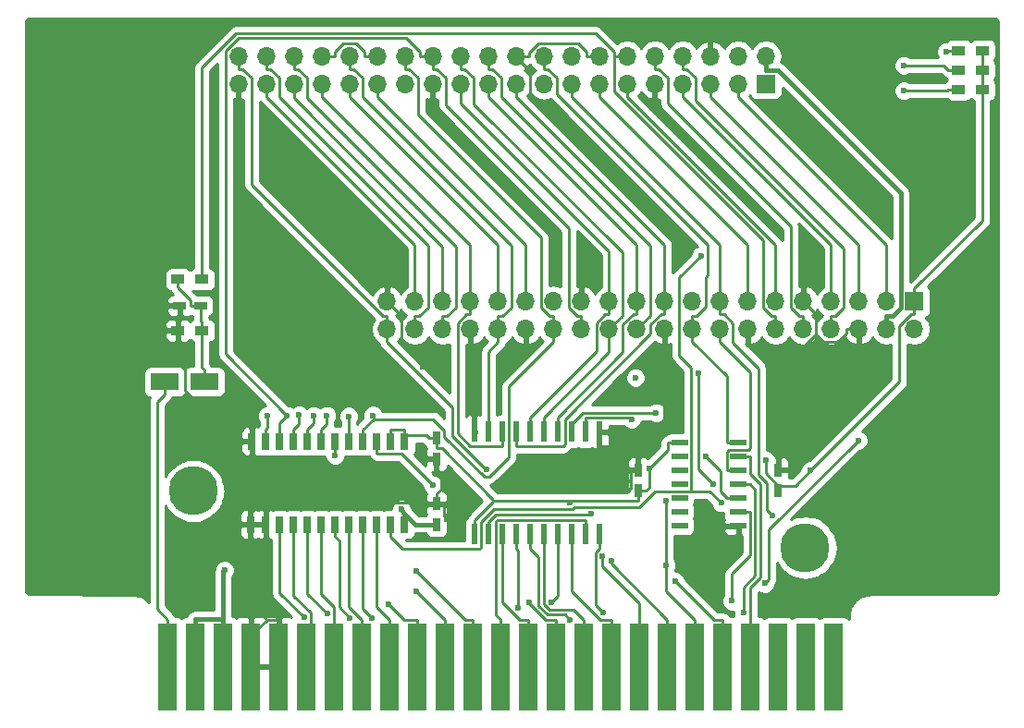
<source format=gbr>
G04 #@! TF.FileFunction,Copper,L2,Bot,Mixed*
%FSLAX46Y46*%
G04 Gerber Fmt 4.6, Leading zero omitted, Abs format (unit mm)*
G04 Created by KiCad (PCBNEW 4.0.7) date 04/24/18 20:51:26*
%MOMM*%
%LPD*%
G01*
G04 APERTURE LIST*
%ADD10C,0.100000*%
%ADD11C,4.500000*%
%ADD12R,1.800000X8.000000*%
%ADD13R,1.700000X1.700000*%
%ADD14O,1.700000X1.700000*%
%ADD15R,1.200000X0.900000*%
%ADD16R,0.600000X1.950000*%
%ADD17R,1.500000X0.600000*%
%ADD18R,1.200000X0.750000*%
%ADD19R,0.750000X1.200000*%
%ADD20R,0.762000X1.524000*%
%ADD21R,2.600000X1.600000*%
%ADD22C,0.600000*%
%ADD23C,0.250000*%
%ADD24C,0.400000*%
%ADD25C,0.254000*%
G04 APERTURE END LIST*
D10*
D11*
X185333640Y-98897440D03*
D12*
X187949840Y-109827440D03*
X185409840Y-109827440D03*
X182869840Y-109827440D03*
X180329840Y-109827440D03*
X177789840Y-109827440D03*
X175249840Y-109827440D03*
X172709840Y-109827440D03*
X170169840Y-109827440D03*
X167629840Y-109827440D03*
X165089840Y-109827440D03*
X162549840Y-109827440D03*
X160009840Y-109827440D03*
X157469840Y-109827440D03*
X154929840Y-109827440D03*
X152389840Y-109827440D03*
X149849840Y-109827440D03*
X147309840Y-109827440D03*
X144769840Y-109827440D03*
X142229840Y-109827440D03*
X139689840Y-109827440D03*
X137149840Y-109827440D03*
X134609840Y-109827440D03*
X132069840Y-109827440D03*
X129529840Y-109827440D03*
X126989840Y-109827440D03*
D11*
X129334260Y-93695520D03*
D13*
X181737000Y-56388000D03*
D14*
X181737000Y-53848000D03*
X179197000Y-56388000D03*
X179197000Y-53848000D03*
X176657000Y-56388000D03*
X176657000Y-53848000D03*
X174117000Y-56388000D03*
X174117000Y-53848000D03*
X171577000Y-56388000D03*
X171577000Y-53848000D03*
X169037000Y-56388000D03*
X169037000Y-53848000D03*
X166497000Y-56388000D03*
X166497000Y-53848000D03*
X163957000Y-56388000D03*
X163957000Y-53848000D03*
X161417000Y-56388000D03*
X161417000Y-53848000D03*
X158877000Y-56388000D03*
X158877000Y-53848000D03*
X156337000Y-56388000D03*
X156337000Y-53848000D03*
X153797000Y-56388000D03*
X153797000Y-53848000D03*
X151257000Y-56388000D03*
X151257000Y-53848000D03*
X148717000Y-56388000D03*
X148717000Y-53848000D03*
X146177000Y-56388000D03*
X146177000Y-53848000D03*
X143637000Y-56388000D03*
X143637000Y-53848000D03*
X141097000Y-56388000D03*
X141097000Y-53848000D03*
X138557000Y-56388000D03*
X138557000Y-53848000D03*
X136017000Y-56388000D03*
X136017000Y-53848000D03*
X133477000Y-56388000D03*
X133477000Y-53848000D03*
D13*
X195326000Y-76327000D03*
D14*
X195326000Y-78867000D03*
X192786000Y-76327000D03*
X192786000Y-78867000D03*
X190246000Y-76327000D03*
X190246000Y-78867000D03*
X187706000Y-76327000D03*
X187706000Y-78867000D03*
X185166000Y-76327000D03*
X185166000Y-78867000D03*
X182626000Y-76327000D03*
X182626000Y-78867000D03*
X180086000Y-76327000D03*
X180086000Y-78867000D03*
X177546000Y-76327000D03*
X177546000Y-78867000D03*
X175006000Y-76327000D03*
X175006000Y-78867000D03*
X172466000Y-76327000D03*
X172466000Y-78867000D03*
X169926000Y-76327000D03*
X169926000Y-78867000D03*
X167386000Y-76327000D03*
X167386000Y-78867000D03*
X164846000Y-76327000D03*
X164846000Y-78867000D03*
X162306000Y-76327000D03*
X162306000Y-78867000D03*
X159766000Y-76327000D03*
X159766000Y-78867000D03*
X157226000Y-76327000D03*
X157226000Y-78867000D03*
X154686000Y-76327000D03*
X154686000Y-78867000D03*
X152146000Y-76327000D03*
X152146000Y-78867000D03*
X149606000Y-76327000D03*
X149606000Y-78867000D03*
X147066000Y-76327000D03*
X147066000Y-78867000D03*
D15*
X201574000Y-53340000D03*
X199374000Y-53340000D03*
D16*
X155067000Y-88264000D03*
X156337000Y-88264000D03*
X157607000Y-88264000D03*
X158877000Y-88264000D03*
X160147000Y-88264000D03*
X161417000Y-88264000D03*
X162687000Y-88264000D03*
X163957000Y-88264000D03*
X165227000Y-88264000D03*
X166497000Y-88264000D03*
X166497000Y-97664000D03*
X165227000Y-97664000D03*
X163957000Y-97664000D03*
X162687000Y-97664000D03*
X161417000Y-97664000D03*
X160147000Y-97664000D03*
X158877000Y-97664000D03*
X157607000Y-97664000D03*
X156337000Y-97664000D03*
X155067000Y-97664000D03*
D17*
X179230000Y-89281000D03*
X179230000Y-90551000D03*
X179230000Y-91821000D03*
X179230000Y-93091000D03*
X179230000Y-94361000D03*
X179230000Y-95631000D03*
X179230000Y-96901000D03*
X173830000Y-96901000D03*
X173830000Y-95631000D03*
X173830000Y-94361000D03*
X173830000Y-93091000D03*
X173830000Y-91821000D03*
X173830000Y-90551000D03*
X173830000Y-89281000D03*
D18*
X129982000Y-76708000D03*
X128082000Y-76708000D03*
D15*
X130132000Y-78994000D03*
X127932000Y-78994000D03*
D19*
X182880000Y-93660000D03*
X182880000Y-91760000D03*
X151587000Y-88864400D03*
X151587000Y-90764400D03*
X170053000Y-93660000D03*
X170053000Y-91760000D03*
D15*
X201574000Y-55118000D03*
X199374000Y-55118000D03*
X201574000Y-56896000D03*
X199374000Y-56896000D03*
X130132000Y-74295000D03*
X127932000Y-74295000D03*
D19*
X151587000Y-94858800D03*
X151587000Y-96758800D03*
D20*
X148666000Y-96774000D03*
X147396000Y-96774000D03*
X146126000Y-96774000D03*
X144856000Y-96774000D03*
X143586000Y-96774000D03*
X142316000Y-96774000D03*
X141046000Y-96774000D03*
X139776000Y-96774000D03*
X138506000Y-96774000D03*
X137236000Y-96774000D03*
X135966000Y-96774000D03*
X134569000Y-96774000D03*
X148666000Y-89154000D03*
X147396000Y-89154000D03*
X146126000Y-89154000D03*
X144856000Y-89154000D03*
X143586000Y-89154000D03*
X142316000Y-89154000D03*
X141046000Y-89154000D03*
X139776000Y-89154000D03*
X138506000Y-89154000D03*
X137236000Y-89154000D03*
X135966000Y-89154000D03*
X134696000Y-89154000D03*
D21*
X130324000Y-83693000D03*
X126724000Y-83693000D03*
D22*
X169799000Y-83312000D03*
X146050000Y-82994500D03*
X150368000Y-82296000D03*
X162623500Y-59944000D03*
X171577000Y-56388000D03*
X172974000Y-59944000D03*
X185674000Y-71882000D03*
X182626000Y-58674000D03*
X190627000Y-66548000D03*
X152554200Y-96248900D03*
X134414600Y-87509700D03*
X176039400Y-96978700D03*
X169152000Y-93660000D03*
X148375500Y-95357000D03*
X132186100Y-100944700D03*
X142316000Y-90446600D03*
X139014600Y-86756500D03*
X136091800Y-86770200D03*
X137914600Y-86784700D03*
X143565100Y-86844500D03*
X145779800Y-86758200D03*
X141547300Y-86786200D03*
X140335000Y-86786000D03*
X179683800Y-104858000D03*
X178602100Y-103774600D03*
X172632700Y-100495200D03*
X172567300Y-94595800D03*
X190164400Y-89063300D03*
X181633700Y-102165500D03*
X167589900Y-100134200D03*
X166789500Y-99683900D03*
X166839500Y-104865200D03*
X163821100Y-105488300D03*
X160048500Y-103877000D03*
X162112300Y-103875100D03*
X159057700Y-104445800D03*
X149726500Y-100992500D03*
X149773500Y-102885800D03*
X147206400Y-104050300D03*
X145657300Y-105322300D03*
X143678800Y-105319700D03*
X141565900Y-104956000D03*
X139451200Y-105299500D03*
X171040000Y-91613700D03*
X163769400Y-94751100D03*
X185834500Y-91820900D03*
X181702000Y-90868800D03*
X169473600Y-87137100D03*
X171704600Y-86510100D03*
X173444500Y-101946700D03*
X175545600Y-82939800D03*
X176934300Y-93091000D03*
X194361600Y-57016700D03*
X194361600Y-54698500D03*
X198248300Y-53418000D03*
X165771100Y-95781900D03*
X182367700Y-95971800D03*
X156195300Y-91725700D03*
X176266900Y-90551000D03*
X151299300Y-93185000D03*
X177648800Y-94785900D03*
X175784100Y-72133300D03*
D23*
X150431500Y-82105500D02*
X150431500Y-82232500D01*
X148399500Y-77660500D02*
X148399500Y-80137000D01*
X148399500Y-80137000D02*
X150368000Y-82105500D01*
X150368000Y-82105500D02*
X150431500Y-82105500D01*
X148399500Y-77660500D02*
X147066000Y-76327000D01*
X150431500Y-82232500D02*
X150368000Y-82296000D01*
X158877000Y-53848000D02*
X158877000Y-53975000D01*
X158877000Y-53975000D02*
X160147000Y-55245000D01*
X160147000Y-57467500D02*
X162623500Y-59944000D01*
X160147000Y-55245000D02*
X160147000Y-57467500D01*
X171577000Y-56388000D02*
X171450000Y-56515000D01*
X171450000Y-56515000D02*
X171450000Y-58420000D01*
X171450000Y-58420000D02*
X172974000Y-59944000D01*
X185166000Y-73406000D02*
X185674000Y-72898000D01*
X185674000Y-72898000D02*
X185674000Y-71882000D01*
X185166000Y-76327000D02*
X185166000Y-73406000D01*
X182753000Y-58674000D02*
X182626000Y-58674000D01*
X190627000Y-66548000D02*
X182753000Y-58674000D01*
X127932000Y-78606300D02*
X127932000Y-78218700D01*
X127932000Y-78606300D02*
X127932000Y-78994000D01*
X134609800Y-109827400D02*
X134609800Y-107664700D01*
X137149800Y-109827400D02*
X137149800Y-105502100D01*
X134569000Y-96774000D02*
X134569000Y-95686700D01*
X135966000Y-105390500D02*
X136077600Y-105502100D01*
X135966000Y-96774000D02*
X135966000Y-105390500D01*
X134609800Y-106969900D02*
X136077600Y-105502100D01*
X134609800Y-107664700D02*
X134609800Y-106969900D01*
X136077600Y-105502100D02*
X137149800Y-105502100D01*
X135966000Y-96774000D02*
X135966000Y-95686700D01*
X165321700Y-53480600D02*
X165321700Y-53848000D01*
X164513800Y-52672700D02*
X165321700Y-53480600D01*
X160918400Y-52672700D02*
X164513800Y-52672700D01*
X160052300Y-53538800D02*
X160918400Y-52672700D01*
X160052300Y-53848000D02*
X160052300Y-53538800D01*
X158877000Y-53848000D02*
X160052300Y-53848000D01*
X166497000Y-53848000D02*
X165321700Y-53848000D01*
X127932000Y-78994000D02*
X127932000Y-79769300D01*
X128082000Y-78068700D02*
X127932000Y-78218700D01*
X128082000Y-76708000D02*
X128082000Y-78068700D01*
X151587000Y-90880000D02*
X151587000Y-91689700D01*
X151587000Y-90764400D02*
X151587000Y-90880000D01*
X134696000Y-88610300D02*
X134696000Y-88066700D01*
X134696000Y-88610300D02*
X134696000Y-89154000D01*
X134569000Y-95686700D02*
X135060500Y-95195200D01*
X135474500Y-95195200D02*
X135966000Y-95686700D01*
X135060500Y-95195200D02*
X135474500Y-95195200D01*
X151587000Y-94858800D02*
X151587000Y-94717500D01*
X151587000Y-94717500D02*
X151587000Y-93933500D01*
X135060500Y-90605800D02*
X134696000Y-90241300D01*
X135060500Y-95195200D02*
X135060500Y-90605800D01*
X134696000Y-89154000D02*
X134696000Y-90241300D01*
X151587000Y-94858800D02*
X152287300Y-94858800D01*
X152287300Y-95982000D02*
X152554200Y-96248900D01*
X152287300Y-94858800D02*
X152287300Y-95982000D01*
X136935200Y-94717500D02*
X151587000Y-94717500D01*
X135966000Y-95686700D02*
X136935200Y-94717500D01*
X180086000Y-78867000D02*
X180086000Y-80042300D01*
X182880000Y-91760000D02*
X182880000Y-90834700D01*
X154686000Y-86582700D02*
X155067000Y-86963700D01*
X154686000Y-78867000D02*
X154686000Y-86582700D01*
X155067000Y-88264000D02*
X155067000Y-86963700D01*
X142272300Y-53480600D02*
X142272300Y-53848000D01*
X143080200Y-52672700D02*
X142272300Y-53480600D01*
X144193700Y-52672700D02*
X143080200Y-52672700D01*
X145001700Y-53480700D02*
X144193700Y-52672700D01*
X145001700Y-53848000D02*
X145001700Y-53480700D01*
X146177000Y-53848000D02*
X145001700Y-53848000D01*
X141097000Y-53848000D02*
X142272300Y-53848000D01*
X166497000Y-88264000D02*
X166497000Y-89564300D01*
X172466000Y-78867000D02*
X172466000Y-80042300D01*
X166497000Y-89564300D02*
X170053000Y-89564300D01*
X172466000Y-87151300D02*
X172466000Y-80042300D01*
X170053000Y-89564300D02*
X172466000Y-87151300D01*
X131580600Y-87509700D02*
X134414600Y-87509700D01*
X128606300Y-84535400D02*
X131580600Y-87509700D01*
X128606300Y-80443600D02*
X128606300Y-84535400D01*
X127932000Y-79769300D02*
X128606300Y-80443600D01*
X134414600Y-87785300D02*
X134696000Y-88066700D01*
X134414600Y-87509700D02*
X134414600Y-87785300D01*
X151984600Y-92087300D02*
X151587000Y-91689700D01*
X151984600Y-93535900D02*
X151984600Y-92087300D01*
X151587000Y-93933500D02*
X151984600Y-93535900D01*
X180086000Y-80042300D02*
X182880000Y-82836300D01*
X182880000Y-82836300D02*
X182880000Y-90834700D01*
X190246000Y-78867000D02*
X189070700Y-78867000D01*
X189070700Y-79234400D02*
X189070700Y-78867000D01*
X188262800Y-80042300D02*
X189070700Y-79234400D01*
X187029400Y-80042300D02*
X188262800Y-80042300D01*
X186351700Y-79364600D02*
X187029400Y-80042300D01*
X182880000Y-82836300D02*
X186351700Y-79364600D01*
X186351700Y-77512700D02*
X185166000Y-76327000D01*
X186351700Y-79364600D02*
X186351700Y-77512700D01*
X178077000Y-96978700D02*
X178154700Y-96901000D01*
X176039400Y-96978700D02*
X178077000Y-96978700D01*
X179230000Y-96901000D02*
X178154700Y-96901000D01*
X170053000Y-89564300D02*
X170053000Y-91760000D01*
X169352700Y-93459300D02*
X169152000Y-93660000D01*
X169352700Y-91760000D02*
X169352700Y-93459300D01*
X170053000Y-91760000D02*
X169352700Y-91760000D01*
D24*
X151587000Y-96758800D02*
X150811700Y-96758800D01*
X182804300Y-55098300D02*
X181737000Y-55098300D01*
X194075600Y-66369600D02*
X182804300Y-55098300D01*
X194075600Y-76874100D02*
X194075600Y-66369600D01*
X193333000Y-77616700D02*
X194075600Y-76874100D01*
X192786000Y-77616700D02*
X193333000Y-77616700D01*
X192786000Y-78867000D02*
X192786000Y-77616700D01*
X181737000Y-53848000D02*
X181737000Y-55098300D01*
X148666000Y-96774000D02*
X148666000Y-95761800D01*
X149663000Y-96758800D02*
X150811700Y-96758800D01*
X148666000Y-95761800D02*
X149663000Y-96758800D01*
X132069800Y-109827400D02*
X132069800Y-105427100D01*
X129529800Y-109827400D02*
X129529800Y-105427100D01*
X129529800Y-105427100D02*
X132069800Y-105427100D01*
X148375500Y-95471300D02*
X148375500Y-95357000D01*
X148666000Y-95761800D02*
X148375500Y-95471300D01*
X132069800Y-101061000D02*
X132069800Y-105427100D01*
X132186100Y-100944700D02*
X132069800Y-101061000D01*
D23*
X142316000Y-89154000D02*
X142316000Y-90446600D01*
X190246000Y-71152300D02*
X190246000Y-76327000D01*
X176657000Y-57563300D02*
X190246000Y-71152300D01*
X176657000Y-56388000D02*
X176657000Y-57563300D01*
X187706000Y-71152300D02*
X187706000Y-76327000D01*
X174117000Y-57563300D02*
X187706000Y-71152300D01*
X174117000Y-56388000D02*
X174117000Y-57563300D01*
X139014600Y-87558100D02*
X139014600Y-86756500D01*
X138506000Y-88066700D02*
X139014600Y-87558100D01*
X138506000Y-89154000D02*
X138506000Y-88066700D01*
X143637000Y-56388000D02*
X143637000Y-57563300D01*
X157226000Y-71152300D02*
X157226000Y-76327000D01*
X143637000Y-57563300D02*
X157226000Y-71152300D01*
X136091800Y-87940900D02*
X136091800Y-86770200D01*
X135966000Y-88066700D02*
X136091800Y-87940900D01*
X135966000Y-89154000D02*
X135966000Y-88066700D01*
X151624400Y-55023300D02*
X151257000Y-55023300D01*
X152432300Y-55831200D02*
X151624400Y-55023300D01*
X152432300Y-58360500D02*
X152432300Y-55831200D01*
X163670700Y-69598900D02*
X152432300Y-58360500D01*
X163670700Y-76883800D02*
X163670700Y-69598900D01*
X164478600Y-77691700D02*
X163670700Y-76883800D01*
X164846000Y-77691700D02*
X164478600Y-77691700D01*
X164846000Y-78867000D02*
X164846000Y-77691700D01*
X151257000Y-53848000D02*
X151257000Y-55023300D01*
X137236000Y-87463300D02*
X137914600Y-86784700D01*
X137236000Y-89154000D02*
X137236000Y-87463300D01*
X151257000Y-53848000D02*
X150081700Y-53848000D01*
X150081700Y-53480600D02*
X150081700Y-53848000D01*
X148808800Y-52207700D02*
X150081700Y-53480600D01*
X133443600Y-52207700D02*
X148808800Y-52207700D01*
X132285100Y-53366200D02*
X133443600Y-52207700D01*
X132285100Y-81155200D02*
X132285100Y-53366200D01*
X137914600Y-86784700D02*
X132285100Y-81155200D01*
X143586000Y-89154000D02*
X143586000Y-88066700D01*
X143565100Y-88045800D02*
X143565100Y-86844500D01*
X143586000Y-88066700D02*
X143565100Y-88045800D01*
X161938600Y-77691700D02*
X162306000Y-77691700D01*
X161130700Y-76883800D02*
X161938600Y-77691700D01*
X161130700Y-70463000D02*
X161130700Y-76883800D01*
X149892300Y-59224600D02*
X161130700Y-70463000D01*
X149892300Y-55831200D02*
X149892300Y-59224600D01*
X149084400Y-55023300D02*
X149892300Y-55831200D01*
X148717000Y-55023300D02*
X149084400Y-55023300D01*
X148717000Y-53848000D02*
X148717000Y-55023300D01*
X162306000Y-78867000D02*
X162306000Y-77691700D01*
X144856000Y-89154000D02*
X144856000Y-88066700D01*
X145805100Y-86783500D02*
X145779800Y-86758200D01*
X145805100Y-87117600D02*
X145805100Y-86783500D01*
X145805100Y-87117600D02*
X144856000Y-88066700D01*
X162306000Y-78867000D02*
X162306000Y-80042300D01*
X158232400Y-84115900D02*
X162306000Y-80042300D01*
X158232400Y-90573700D02*
X158232400Y-84115900D01*
X156410300Y-92395800D02*
X158232400Y-90573700D01*
X155981100Y-92395800D02*
X156410300Y-92395800D01*
X152312300Y-88727000D02*
X155981100Y-92395800D01*
X152312300Y-88144900D02*
X152312300Y-88727000D01*
X151285000Y-87117600D02*
X152312300Y-88144900D01*
X145805100Y-87117600D02*
X151285000Y-87117600D01*
X192786000Y-71152300D02*
X179197000Y-57563300D01*
X192786000Y-76327000D02*
X192786000Y-71152300D01*
X179197000Y-56388000D02*
X179197000Y-57563300D01*
X141547300Y-87565400D02*
X141547300Y-86786200D01*
X141046000Y-88066700D02*
X141547300Y-87565400D01*
X141046000Y-89154000D02*
X141046000Y-88066700D01*
X139776000Y-89154000D02*
X139776000Y-88066700D01*
X140335000Y-87507700D02*
X140335000Y-86786000D01*
X139776000Y-88066700D02*
X140335000Y-87507700D01*
X159766000Y-71152300D02*
X146177000Y-57563300D01*
X159766000Y-76327000D02*
X159766000Y-71152300D01*
X146177000Y-56388000D02*
X146177000Y-57563300D01*
X179230000Y-90551000D02*
X180305300Y-90551000D01*
X180329800Y-109827400D02*
X180329800Y-105502100D01*
X180329800Y-102534800D02*
X180329800Y-105502100D01*
X181210900Y-101653700D02*
X180329800Y-102534800D01*
X181210900Y-93077100D02*
X181210900Y-101653700D01*
X180305300Y-92171500D02*
X181210900Y-93077100D01*
X180305300Y-90551000D02*
X180305300Y-92171500D01*
X179230000Y-93091000D02*
X180305300Y-93091000D01*
X179683800Y-102543900D02*
X179683800Y-104858000D01*
X180760300Y-101467400D02*
X179683800Y-102543900D01*
X180760300Y-93546000D02*
X180760300Y-101467400D01*
X180305300Y-93091000D02*
X180760300Y-93546000D01*
X178602100Y-101316300D02*
X178602100Y-103774600D01*
X180305300Y-99613100D02*
X178602100Y-101316300D01*
X180305300Y-95631000D02*
X180305300Y-99613100D01*
X179230000Y-95631000D02*
X180305300Y-95631000D01*
X175249800Y-109827400D02*
X175249800Y-105502100D01*
X172632700Y-102885000D02*
X172632700Y-100495200D01*
X175249800Y-105502100D02*
X172632700Y-102885000D01*
X172567300Y-100429800D02*
X172567300Y-94595800D01*
X172632700Y-100495200D02*
X172567300Y-100429800D01*
X182008300Y-97219400D02*
X190164400Y-89063300D01*
X182008300Y-101790900D02*
X182008300Y-97219400D01*
X181633700Y-102165500D02*
X182008300Y-101790900D01*
X172709800Y-109827400D02*
X172709800Y-105502100D01*
X167589900Y-100382200D02*
X167589900Y-100134200D01*
X172709800Y-105502100D02*
X167589900Y-100382200D01*
X166789500Y-100586500D02*
X166789500Y-99683900D01*
X170169800Y-103966800D02*
X166789500Y-100586500D01*
X170169800Y-109827400D02*
X170169800Y-103966800D01*
X166571500Y-105502100D02*
X167629800Y-105502100D01*
X163957000Y-102887600D02*
X166571500Y-105502100D01*
X163957000Y-97664000D02*
X163957000Y-102887600D01*
X167629800Y-109827400D02*
X167629800Y-105502100D01*
X166497000Y-97664000D02*
X166497000Y-98964300D01*
X166164200Y-104189900D02*
X166839500Y-104865200D01*
X166164200Y-99297100D02*
X166164200Y-104189900D01*
X166497000Y-98964300D02*
X166164200Y-99297100D01*
X161417000Y-97664000D02*
X161417000Y-98964300D01*
X165089800Y-109827400D02*
X165089800Y-105502100D01*
X164166600Y-104578900D02*
X165089800Y-105502100D01*
X161931800Y-104578900D02*
X164166600Y-104578900D01*
X161417000Y-104064100D02*
X161931800Y-104578900D01*
X161417000Y-98964300D02*
X161417000Y-104064100D01*
X160147000Y-97664000D02*
X160147000Y-98964300D01*
X163362000Y-105029200D02*
X163821100Y-105488300D01*
X161745200Y-105029200D02*
X163362000Y-105029200D01*
X160925500Y-104209500D02*
X161745200Y-105029200D01*
X160925500Y-99742800D02*
X160925500Y-104209500D01*
X160147000Y-98964300D02*
X160925500Y-99742800D01*
X162549800Y-109827400D02*
X162549800Y-105502100D01*
X160048500Y-103969400D02*
X160048500Y-103877000D01*
X161581200Y-105502100D02*
X160048500Y-103969400D01*
X162549800Y-105502100D02*
X161581200Y-105502100D01*
X160009800Y-109827400D02*
X160009800Y-105502100D01*
X157607000Y-97664000D02*
X157607000Y-98964300D01*
X159229700Y-105502100D02*
X160009800Y-105502100D01*
X157607000Y-103879400D02*
X159229700Y-105502100D01*
X157607000Y-98964300D02*
X157607000Y-103879400D01*
X162687000Y-103300400D02*
X162112300Y-103875100D01*
X162687000Y-97664000D02*
X162687000Y-103300400D01*
X156981600Y-105013900D02*
X157469800Y-105502100D01*
X156981600Y-96512100D02*
X156981600Y-105013900D01*
X157130000Y-96363700D02*
X156981600Y-96512100D01*
X165227000Y-96363700D02*
X157130000Y-96363700D01*
X165227000Y-97664000D02*
X165227000Y-96363700D01*
X157469800Y-109827400D02*
X157469800Y-105502100D01*
X159057700Y-99145000D02*
X159057700Y-104445800D01*
X158877000Y-98964300D02*
X159057700Y-99145000D01*
X158877000Y-97664000D02*
X158877000Y-98964300D01*
X154236100Y-105502100D02*
X154929800Y-105502100D01*
X149726500Y-100992500D02*
X154236100Y-105502100D01*
X154929800Y-109827400D02*
X154929800Y-105502100D01*
X152389800Y-109827400D02*
X152389800Y-105502100D01*
X149773500Y-102885800D02*
X152389800Y-105502100D01*
X148658200Y-105502100D02*
X149849800Y-105502100D01*
X147206400Y-104050300D02*
X148658200Y-105502100D01*
X149849800Y-109827400D02*
X149849800Y-105502100D01*
X147309800Y-109827400D02*
X147309800Y-105502100D01*
X146126000Y-104318300D02*
X147309800Y-105502100D01*
X146126000Y-97861300D02*
X146126000Y-104318300D01*
X146126000Y-96774000D02*
X146126000Y-97861300D01*
X144856000Y-96774000D02*
X144856000Y-97861300D01*
X144856000Y-104521000D02*
X145657300Y-105322300D01*
X144856000Y-97861300D02*
X144856000Y-104521000D01*
X143586000Y-104318300D02*
X144769800Y-105502100D01*
X143586000Y-96774000D02*
X143586000Y-104318300D01*
X144769800Y-109827400D02*
X144769800Y-105502100D01*
X142680200Y-104321100D02*
X143678800Y-105319700D01*
X142680200Y-98225500D02*
X142680200Y-104321100D01*
X142316000Y-97861300D02*
X142680200Y-98225500D01*
X142316000Y-96774000D02*
X142316000Y-97861300D01*
X141046000Y-103109700D02*
X141046000Y-96774000D01*
X142229800Y-104293500D02*
X141046000Y-103109700D01*
X142229800Y-109827400D02*
X142229800Y-104293500D01*
X139776000Y-103166100D02*
X141565900Y-104956000D01*
X139776000Y-96774000D02*
X139776000Y-103166100D01*
X140093000Y-104874400D02*
X140093000Y-109424000D01*
X138506000Y-103287400D02*
X140093000Y-104874400D01*
X138506000Y-96774000D02*
X138506000Y-103287400D01*
X140093000Y-109424000D02*
X139690000Y-109827000D01*
X139689800Y-109827200D02*
X139689800Y-109827400D01*
X139690000Y-109827000D02*
X139689800Y-109827200D01*
X137236000Y-103084300D02*
X139451200Y-105299500D01*
X137236000Y-96774000D02*
X137236000Y-103084300D01*
X201574000Y-55118000D02*
X201574000Y-53340000D01*
X201574000Y-55118000D02*
X201574000Y-56896000D01*
X201574000Y-68903700D02*
X195326000Y-75151700D01*
X201574000Y-56896000D02*
X201574000Y-68903700D01*
X195326000Y-75739300D02*
X195326000Y-75151700D01*
X195326000Y-75739300D02*
X195326000Y-76327000D01*
X155067000Y-97664000D02*
X155067000Y-96363700D01*
X151587000Y-88864400D02*
X151587000Y-89789700D01*
X147396000Y-88066700D02*
X148666000Y-88066700D01*
X147396000Y-89154000D02*
X147396000Y-88066700D01*
X148666000Y-89154000D02*
X148666000Y-88610300D01*
X148666000Y-88610300D02*
X148666000Y-88066700D01*
X150632600Y-88610300D02*
X150886700Y-88864400D01*
X148666000Y-88610300D02*
X150632600Y-88610300D01*
X151587000Y-88864400D02*
X150886700Y-88864400D01*
X170053000Y-93660000D02*
X170053000Y-94585300D01*
X156785000Y-94506000D02*
X156785000Y-94585300D01*
X152068700Y-89789700D02*
X156785000Y-94506000D01*
X151587000Y-89789700D02*
X152068700Y-89789700D01*
X156785000Y-94645700D02*
X155067000Y-96363700D01*
X156785000Y-94585300D02*
X156785000Y-94645700D01*
X170053000Y-93660000D02*
X170753300Y-93660000D01*
X163769400Y-94585300D02*
X163769400Y-94751100D01*
X156785000Y-94585300D02*
X163769400Y-94585300D01*
X163769400Y-94585300D02*
X170053000Y-94585300D01*
X182880000Y-93660000D02*
X182880000Y-93197300D01*
X184458100Y-93197300D02*
X185834500Y-91820900D01*
X182880000Y-93197300D02*
X184458100Y-93197300D01*
X195024700Y-77502300D02*
X195326000Y-77502300D01*
X193961400Y-78565600D02*
X195024700Y-77502300D01*
X193961400Y-83694000D02*
X193961400Y-78565600D01*
X185834500Y-91820900D02*
X193961400Y-83694000D01*
X195326000Y-76327000D02*
X195326000Y-77502300D01*
X171040000Y-93373300D02*
X171040000Y-91613700D01*
X170753300Y-93660000D02*
X171040000Y-93373300D01*
X172754700Y-89899000D02*
X172754700Y-89281000D01*
X171040000Y-91613700D02*
X172754700Y-89899000D01*
X173830000Y-89281000D02*
X172754700Y-89281000D01*
X181702000Y-92019300D02*
X181702000Y-90868800D01*
X182880000Y-93197300D02*
X181702000Y-92019300D01*
X161417000Y-88264000D02*
X161417000Y-86963700D01*
X153797000Y-53848000D02*
X153797000Y-55023300D01*
X154164400Y-55023300D02*
X153797000Y-55023300D01*
X154972300Y-55831200D02*
X154164400Y-55023300D01*
X154972300Y-58233400D02*
X154972300Y-55831200D01*
X168590700Y-71851800D02*
X154972300Y-58233400D01*
X168590700Y-77662300D02*
X168590700Y-71851800D01*
X167386000Y-78867000D02*
X168590700Y-77662300D01*
X167386000Y-80994700D02*
X161417000Y-86963700D01*
X167386000Y-78867000D02*
X167386000Y-80994700D01*
X158877000Y-56388000D02*
X158877000Y-57563300D01*
X172466000Y-71152300D02*
X158877000Y-57563300D01*
X172466000Y-76327000D02*
X172466000Y-71152300D01*
X172152500Y-77502300D02*
X172466000Y-77502300D01*
X171196000Y-78458800D02*
X172152500Y-77502300D01*
X171196000Y-79259400D02*
X171196000Y-78458800D01*
X163324000Y-87131400D02*
X171196000Y-79259400D01*
X163324000Y-89404300D02*
X163324000Y-87131400D01*
X163164000Y-89564300D02*
X163324000Y-89404300D01*
X158877000Y-89564300D02*
X163164000Y-89564300D01*
X158877000Y-88264000D02*
X158877000Y-89564300D01*
X172466000Y-76327000D02*
X172466000Y-77502300D01*
X160147000Y-88264000D02*
X160147000Y-86963700D01*
X167386000Y-76327000D02*
X167386000Y-77502300D01*
X166210700Y-80900000D02*
X160147000Y-86963700D01*
X166210700Y-78310200D02*
X166210700Y-80900000D01*
X167018600Y-77502300D02*
X166210700Y-78310200D01*
X167386000Y-77502300D02*
X167018600Y-77502300D01*
X153797000Y-58155400D02*
X153797000Y-56388000D01*
X167386000Y-71744400D02*
X153797000Y-58155400D01*
X167386000Y-76327000D02*
X167386000Y-71744400D01*
X171944400Y-55023300D02*
X171577000Y-55023300D01*
X172752300Y-55831200D02*
X171944400Y-55023300D01*
X172752300Y-58198500D02*
X172752300Y-55831200D01*
X183990700Y-69436900D02*
X172752300Y-58198500D01*
X183990700Y-76883800D02*
X183990700Y-69436900D01*
X184798600Y-77691700D02*
X183990700Y-76883800D01*
X185166000Y-77691700D02*
X184798600Y-77691700D01*
X185166000Y-78867000D02*
X185166000Y-77691700D01*
X171577000Y-53848000D02*
X171577000Y-55023300D01*
X165227000Y-88264000D02*
X165227000Y-86963700D01*
X169300200Y-86963700D02*
X169473600Y-87137100D01*
X165227000Y-86963700D02*
X169300200Y-86963700D01*
X143637000Y-53848000D02*
X143637000Y-55023300D01*
X157226000Y-78867000D02*
X157226000Y-77691700D01*
X156337000Y-80931300D02*
X157226000Y-80042300D01*
X156337000Y-88264000D02*
X156337000Y-80931300D01*
X157226000Y-78867000D02*
X157226000Y-80042300D01*
X157593300Y-77691700D02*
X157226000Y-77691700D01*
X158430700Y-76854300D02*
X157593300Y-77691700D01*
X158430700Y-71237200D02*
X158430700Y-76854300D01*
X144812300Y-57618800D02*
X158430700Y-71237200D01*
X144812300Y-55831200D02*
X144812300Y-57618800D01*
X144004400Y-55023300D02*
X144812300Y-55831200D01*
X143637000Y-55023300D02*
X144004400Y-55023300D01*
X156337000Y-56388000D02*
X156337000Y-57563300D01*
X169612500Y-77502300D02*
X169926000Y-77502300D01*
X168656000Y-78458800D02*
X169612500Y-77502300D01*
X168656000Y-80994700D02*
X168656000Y-78458800D01*
X162687000Y-86963700D02*
X168656000Y-80994700D01*
X162687000Y-88264000D02*
X162687000Y-86963700D01*
X169926000Y-76327000D02*
X169926000Y-77502300D01*
X169926000Y-71152300D02*
X169926000Y-76327000D01*
X156337000Y-57563300D02*
X169926000Y-71152300D01*
X141097000Y-56388000D02*
X141097000Y-57563300D01*
X154686000Y-71152300D02*
X154686000Y-76327000D01*
X141097000Y-57563300D02*
X154686000Y-71152300D01*
X157607000Y-88264000D02*
X157607000Y-89564300D01*
X154686000Y-76327000D02*
X154686000Y-77502300D01*
X154318600Y-77502300D02*
X154686000Y-77502300D01*
X153510700Y-78310200D02*
X154318600Y-77502300D01*
X153510700Y-88442800D02*
X153510700Y-78310200D01*
X154632200Y-89564300D02*
X153510700Y-88442800D01*
X157607000Y-89564300D02*
X154632200Y-89564300D01*
X174117000Y-53848000D02*
X174117000Y-55023300D01*
X187706000Y-78867000D02*
X187706000Y-77691700D01*
X165007900Y-86510100D02*
X171704600Y-86510100D01*
X163957000Y-87561000D02*
X165007900Y-86510100D01*
X163957000Y-88264000D02*
X163957000Y-87561000D01*
X188073400Y-77691700D02*
X187706000Y-77691700D01*
X188881300Y-76883800D02*
X188073400Y-77691700D01*
X188881300Y-71484600D02*
X188881300Y-76883800D01*
X175292300Y-57895600D02*
X188881300Y-71484600D01*
X175292300Y-55831200D02*
X175292300Y-57895600D01*
X174484400Y-55023300D02*
X175292300Y-55831200D01*
X174117000Y-55023300D02*
X174484400Y-55023300D01*
X177789800Y-109827400D02*
X177789800Y-105502100D01*
X176999900Y-105502100D02*
X173444500Y-101946700D01*
X177789800Y-105502100D02*
X176999900Y-105502100D01*
X169037000Y-56388000D02*
X169037000Y-57563300D01*
X182626000Y-71152300D02*
X182626000Y-76327000D01*
X169037000Y-57563300D02*
X182626000Y-71152300D01*
X169037000Y-53848000D02*
X167861700Y-53848000D01*
X167861700Y-57112900D02*
X167861700Y-53848000D01*
X181450700Y-70701900D02*
X167861700Y-57112900D01*
X181450700Y-76883800D02*
X181450700Y-70701900D01*
X182258600Y-77691700D02*
X181450700Y-76883800D01*
X182626000Y-77691700D02*
X182258600Y-77691700D01*
X182626000Y-78867000D02*
X182626000Y-77691700D01*
X130132000Y-54882400D02*
X130132000Y-74295000D01*
X133257000Y-51757400D02*
X130132000Y-54882400D01*
X166138400Y-51757400D02*
X133257000Y-51757400D01*
X167861700Y-53480700D02*
X166138400Y-51757400D01*
X167861700Y-53848000D02*
X167861700Y-53480700D01*
X166497000Y-56388000D02*
X166497000Y-57563300D01*
X180086000Y-71152300D02*
X180086000Y-76327000D01*
X166497000Y-57563300D02*
X180086000Y-71152300D01*
X179230000Y-91821000D02*
X178154700Y-91821000D01*
X177546000Y-78867000D02*
X177546000Y-80042300D01*
X178154700Y-90102500D02*
X178154700Y-91821000D01*
X178341200Y-89916000D02*
X178154700Y-90102500D01*
X180144800Y-89916000D02*
X178341200Y-89916000D01*
X180311600Y-89749200D02*
X180144800Y-89916000D01*
X180311600Y-82807900D02*
X180311600Y-89749200D01*
X177546000Y-80042300D02*
X180311600Y-82807900D01*
X175006000Y-78867000D02*
X175006000Y-77691700D01*
X161417000Y-53848000D02*
X161417000Y-55023300D01*
X178154700Y-83191000D02*
X175006000Y-80042300D01*
X178154700Y-89281000D02*
X178154700Y-83191000D01*
X179230000Y-89281000D02*
X178154700Y-89281000D01*
X175006000Y-78867000D02*
X175006000Y-80042300D01*
X161784400Y-55023300D02*
X161417000Y-55023300D01*
X162592300Y-55831200D02*
X161784400Y-55023300D01*
X162592300Y-57345000D02*
X162592300Y-55831200D01*
X176414200Y-71166900D02*
X162592300Y-57345000D01*
X176414200Y-73905500D02*
X176414200Y-71166900D01*
X176219900Y-74099800D02*
X176414200Y-73905500D01*
X176219900Y-76845100D02*
X176219900Y-74099800D01*
X175373300Y-77691700D02*
X176219900Y-76845100D01*
X175006000Y-77691700D02*
X175373300Y-77691700D01*
X156704400Y-55023300D02*
X156337000Y-55023300D01*
X157512300Y-55831200D02*
X156704400Y-55023300D01*
X157512300Y-57618900D02*
X157512300Y-55831200D01*
X171130700Y-71237300D02*
X157512300Y-57618900D01*
X171130700Y-77662300D02*
X171130700Y-71237300D01*
X169926000Y-78867000D02*
X171130700Y-77662300D01*
X156337000Y-53848000D02*
X156337000Y-55023300D01*
X175545600Y-91702300D02*
X176934300Y-93091000D01*
X175545600Y-82939800D02*
X175545600Y-91702300D01*
X152146000Y-71286700D02*
X152146000Y-76327000D01*
X138557000Y-57697700D02*
X152146000Y-71286700D01*
X138557000Y-56388000D02*
X138557000Y-57697700D01*
X138924400Y-55023300D02*
X138557000Y-55023300D01*
X139732300Y-55831200D02*
X138924400Y-55023300D01*
X139732300Y-57686100D02*
X139732300Y-55831200D01*
X153350700Y-71304500D02*
X139732300Y-57686100D01*
X153350700Y-76854300D02*
X153350700Y-71304500D01*
X152513300Y-77691700D02*
X153350700Y-76854300D01*
X152146000Y-77691700D02*
X152513300Y-77691700D01*
X152146000Y-78867000D02*
X152146000Y-77691700D01*
X138557000Y-53848000D02*
X138557000Y-55023300D01*
X149606000Y-76327000D02*
X149606000Y-75151700D01*
X136017000Y-56388000D02*
X136017000Y-57563300D01*
X149606000Y-71152300D02*
X149606000Y-75151700D01*
X136017000Y-57563300D02*
X149606000Y-71152300D01*
X136384400Y-55023300D02*
X136017000Y-55023300D01*
X137192300Y-55831200D02*
X136384400Y-55023300D01*
X137192300Y-57618900D02*
X137192300Y-55831200D01*
X150810700Y-71237300D02*
X137192300Y-57618900D01*
X150810700Y-76854300D02*
X150810700Y-71237300D01*
X149973300Y-77691700D02*
X150810700Y-76854300D01*
X149606000Y-77691700D02*
X149973300Y-77691700D01*
X149606000Y-78867000D02*
X149606000Y-77691700D01*
X136017000Y-53848000D02*
X136017000Y-55023300D01*
X126001200Y-104513500D02*
X126989800Y-105502100D01*
X126001200Y-85541100D02*
X126001200Y-104513500D01*
X126724000Y-84818300D02*
X126001200Y-85541100D01*
X126724000Y-83693000D02*
X126724000Y-84818300D01*
X126989800Y-109827400D02*
X126989800Y-105502100D01*
X198328000Y-57016700D02*
X198448700Y-56896000D01*
X194361600Y-57016700D02*
X198328000Y-57016700D01*
X199374000Y-56896000D02*
X198448700Y-56896000D01*
X198029200Y-54698500D02*
X198448700Y-55118000D01*
X194361600Y-54698500D02*
X198029200Y-54698500D01*
X199374000Y-55118000D02*
X198448700Y-55118000D01*
X199374000Y-53340000D02*
X198448700Y-53340000D01*
X198370700Y-53418000D02*
X198248300Y-53418000D01*
X198448700Y-53340000D02*
X198370700Y-53418000D01*
X130324000Y-83693000D02*
X130324000Y-82567700D01*
X127932000Y-74295000D02*
X127932000Y-75070300D01*
X129056700Y-76195000D02*
X127932000Y-75070300D01*
X129056700Y-76708000D02*
X129056700Y-76195000D01*
X129982000Y-76708000D02*
X129056700Y-76708000D01*
X130132000Y-82375700D02*
X130132000Y-78994000D01*
X130324000Y-82567700D02*
X130132000Y-82375700D01*
X129982000Y-78068700D02*
X129982000Y-76708000D01*
X130132000Y-78218700D02*
X129982000Y-78068700D01*
X130132000Y-78994000D02*
X130132000Y-78218700D01*
X163957000Y-56388000D02*
X163957000Y-57563300D01*
X177546000Y-71152300D02*
X177546000Y-76327000D01*
X163957000Y-57563300D02*
X177546000Y-71152300D01*
X165693600Y-95859400D02*
X165771100Y-95781900D01*
X156993200Y-95859400D02*
X165693600Y-95859400D01*
X156337000Y-96515600D02*
X156993200Y-95859400D01*
X156337000Y-97664000D02*
X156337000Y-96515600D01*
X177913400Y-77502300D02*
X177546000Y-77502300D01*
X178721300Y-78310200D02*
X177913400Y-77502300D01*
X178721300Y-80097900D02*
X178721300Y-78310200D01*
X181074800Y-82451400D02*
X178721300Y-80097900D01*
X181074800Y-92176800D02*
X181074800Y-82451400D01*
X181840900Y-92942900D02*
X181074800Y-92176800D01*
X181840900Y-95445000D02*
X181840900Y-92942900D01*
X182367700Y-95971800D02*
X181840900Y-95445000D01*
X177546000Y-76327000D02*
X177546000Y-77502300D01*
X133477000Y-53848000D02*
X133477000Y-55023300D01*
X156083200Y-91725700D02*
X156195300Y-91725700D01*
X153060300Y-88702800D02*
X156083200Y-91725700D01*
X153060300Y-86036600D02*
X153060300Y-88702800D01*
X147066000Y-80042300D02*
X153060300Y-86036600D01*
X133844400Y-55023300D02*
X133477000Y-55023300D01*
X134652300Y-55831200D02*
X133844400Y-55023300D01*
X134652300Y-65645300D02*
X134652300Y-55831200D01*
X146698700Y-77691700D02*
X134652300Y-65645300D01*
X147066000Y-77691700D02*
X146698700Y-77691700D01*
X147066000Y-78867000D02*
X147066000Y-77691700D01*
X147066000Y-78867000D02*
X147066000Y-80042300D01*
X177559700Y-91843800D02*
X176266900Y-90551000D01*
X177559700Y-93766000D02*
X177559700Y-91843800D01*
X178154700Y-94361000D02*
X177559700Y-93766000D01*
X179230000Y-94361000D02*
X178154700Y-94361000D01*
X148355600Y-90241300D02*
X151299300Y-93185000D01*
X146126000Y-90241300D02*
X148355600Y-90241300D01*
X146126000Y-89154000D02*
X146126000Y-90241300D01*
X147396000Y-96774000D02*
X147396000Y-97861300D01*
X171600300Y-93725100D02*
X174912800Y-93725100D01*
X170168800Y-95156600D02*
X171600300Y-93725100D01*
X164248300Y-95156600D02*
X170168800Y-95156600D01*
X164028500Y-95376400D02*
X164248300Y-95156600D01*
X156839200Y-95376400D02*
X164028500Y-95376400D01*
X155702000Y-96513600D02*
X156839200Y-95376400D01*
X155702000Y-98834900D02*
X155702000Y-96513600D01*
X155572600Y-98964300D02*
X155702000Y-98834900D01*
X148499000Y-98964300D02*
X155572600Y-98964300D01*
X147396000Y-97861300D02*
X148499000Y-98964300D01*
X176588000Y-93725100D02*
X177648800Y-94785900D01*
X174912800Y-93725100D02*
X176588000Y-93725100D01*
X173809500Y-74107900D02*
X175784100Y-72133300D01*
X173809500Y-81298700D02*
X173809500Y-74107900D01*
X174912800Y-82402000D02*
X173809500Y-81298700D01*
X174912800Y-93725100D02*
X174912800Y-82402000D01*
D25*
G36*
X131525100Y-81155200D02*
X131582952Y-81446039D01*
X131747699Y-81692601D01*
X135894959Y-85839861D01*
X135562857Y-85977083D01*
X135299608Y-86239873D01*
X135156962Y-86583401D01*
X135156638Y-86955367D01*
X135298683Y-87299143D01*
X135331800Y-87332318D01*
X135331800Y-87674169D01*
X135263852Y-87775861D01*
X135262710Y-87781605D01*
X135203309Y-87757000D01*
X134981750Y-87757000D01*
X134823000Y-87915750D01*
X134823000Y-89027000D01*
X134843000Y-89027000D01*
X134843000Y-89281000D01*
X134823000Y-89281000D01*
X134823000Y-90392250D01*
X134981750Y-90551000D01*
X135203309Y-90551000D01*
X135319263Y-90502970D01*
X135333110Y-90512431D01*
X135585000Y-90563440D01*
X136347000Y-90563440D01*
X136582317Y-90519162D01*
X136598099Y-90509007D01*
X136603110Y-90512431D01*
X136855000Y-90563440D01*
X137617000Y-90563440D01*
X137852317Y-90519162D01*
X137868099Y-90509007D01*
X137873110Y-90512431D01*
X138125000Y-90563440D01*
X138887000Y-90563440D01*
X139122317Y-90519162D01*
X139138099Y-90509007D01*
X139143110Y-90512431D01*
X139395000Y-90563440D01*
X140157000Y-90563440D01*
X140392317Y-90519162D01*
X140408099Y-90509007D01*
X140413110Y-90512431D01*
X140665000Y-90563440D01*
X141380898Y-90563440D01*
X141380838Y-90631767D01*
X141522883Y-90975543D01*
X141785673Y-91238792D01*
X142129201Y-91381438D01*
X142501167Y-91381762D01*
X142844943Y-91239717D01*
X143108192Y-90976927D01*
X143250838Y-90633399D01*
X143250899Y-90563440D01*
X143967000Y-90563440D01*
X144202317Y-90519162D01*
X144218099Y-90509007D01*
X144223110Y-90512431D01*
X144475000Y-90563440D01*
X145237000Y-90563440D01*
X145423112Y-90528421D01*
X145423852Y-90532139D01*
X145588599Y-90778701D01*
X145835161Y-90943448D01*
X146126000Y-91001300D01*
X148040798Y-91001300D01*
X150364178Y-93324680D01*
X150364138Y-93370167D01*
X150506183Y-93713943D01*
X150682354Y-93890421D01*
X150673673Y-93899102D01*
X150577000Y-94132491D01*
X150577000Y-94573050D01*
X150735750Y-94731800D01*
X151460000Y-94731800D01*
X151460000Y-94711800D01*
X151714000Y-94711800D01*
X151714000Y-94731800D01*
X152438250Y-94731800D01*
X152597000Y-94573050D01*
X152597000Y-94132491D01*
X152500327Y-93899102D01*
X152321699Y-93720473D01*
X152123453Y-93638357D01*
X152234138Y-93371799D01*
X152234462Y-92999833D01*
X152092417Y-92656057D01*
X151829627Y-92392808D01*
X151486099Y-92250162D01*
X151439223Y-92250121D01*
X151188502Y-91999400D01*
X151301250Y-91999400D01*
X151460000Y-91840650D01*
X151460000Y-90891400D01*
X150735750Y-90891400D01*
X150577000Y-91050150D01*
X150577000Y-91387898D01*
X149527160Y-90338058D01*
X149643431Y-90167890D01*
X149694440Y-89916000D01*
X149694440Y-89370300D01*
X150317798Y-89370300D01*
X150349299Y-89401801D01*
X150582043Y-89557315D01*
X150608838Y-89699717D01*
X150675329Y-89803046D01*
X150673673Y-89804702D01*
X150577000Y-90038091D01*
X150577000Y-90478650D01*
X150735750Y-90637400D01*
X151460000Y-90637400D01*
X151460000Y-90617400D01*
X151714000Y-90617400D01*
X151714000Y-90637400D01*
X151734000Y-90637400D01*
X151734000Y-90891400D01*
X151714000Y-90891400D01*
X151714000Y-91840650D01*
X151872750Y-91999400D01*
X152088310Y-91999400D01*
X152321699Y-91902727D01*
X152500327Y-91724098D01*
X152597000Y-91490709D01*
X152597000Y-91392802D01*
X155780048Y-94575850D01*
X154529599Y-95826299D01*
X154364852Y-96072861D01*
X154337403Y-96210854D01*
X154315559Y-96224910D01*
X154170569Y-96437110D01*
X154119560Y-96689000D01*
X154119560Y-98204300D01*
X148813802Y-98204300D01*
X148792942Y-98183440D01*
X149047000Y-98183440D01*
X149282317Y-98139162D01*
X149498441Y-98000090D01*
X149643431Y-97787890D01*
X149682735Y-97593800D01*
X150608778Y-97593800D01*
X150608838Y-97594117D01*
X150747910Y-97810241D01*
X150960110Y-97955231D01*
X151212000Y-98006240D01*
X151962000Y-98006240D01*
X152197317Y-97961962D01*
X152413441Y-97822890D01*
X152558431Y-97610690D01*
X152609440Y-97358800D01*
X152609440Y-96158800D01*
X152565162Y-95923483D01*
X152498671Y-95820154D01*
X152500327Y-95818498D01*
X152597000Y-95585109D01*
X152597000Y-95144550D01*
X152438250Y-94985800D01*
X151714000Y-94985800D01*
X151714000Y-95005800D01*
X151460000Y-95005800D01*
X151460000Y-94985800D01*
X150735750Y-94985800D01*
X150577000Y-95144550D01*
X150577000Y-95585109D01*
X150673673Y-95818498D01*
X150675043Y-95819868D01*
X150615569Y-95906910D01*
X150612149Y-95923800D01*
X150008868Y-95923800D01*
X149310615Y-95225547D01*
X149310662Y-95171833D01*
X149168617Y-94828057D01*
X148905827Y-94564808D01*
X148562299Y-94422162D01*
X148190333Y-94421838D01*
X147846557Y-94563883D01*
X147583308Y-94826673D01*
X147440662Y-95170201D01*
X147440493Y-95364560D01*
X147015000Y-95364560D01*
X146779683Y-95408838D01*
X146763901Y-95418993D01*
X146758890Y-95415569D01*
X146507000Y-95364560D01*
X145745000Y-95364560D01*
X145509683Y-95408838D01*
X145493901Y-95418993D01*
X145488890Y-95415569D01*
X145237000Y-95364560D01*
X144475000Y-95364560D01*
X144239683Y-95408838D01*
X144223901Y-95418993D01*
X144218890Y-95415569D01*
X143967000Y-95364560D01*
X143205000Y-95364560D01*
X142969683Y-95408838D01*
X142953901Y-95418993D01*
X142948890Y-95415569D01*
X142697000Y-95364560D01*
X141935000Y-95364560D01*
X141699683Y-95408838D01*
X141683901Y-95418993D01*
X141678890Y-95415569D01*
X141427000Y-95364560D01*
X140665000Y-95364560D01*
X140429683Y-95408838D01*
X140413901Y-95418993D01*
X140408890Y-95415569D01*
X140157000Y-95364560D01*
X139395000Y-95364560D01*
X139159683Y-95408838D01*
X139143901Y-95418993D01*
X139138890Y-95415569D01*
X138887000Y-95364560D01*
X138125000Y-95364560D01*
X137889683Y-95408838D01*
X137873901Y-95418993D01*
X137868890Y-95415569D01*
X137617000Y-95364560D01*
X136855000Y-95364560D01*
X136619683Y-95408838D01*
X136592461Y-95426355D01*
X136473309Y-95377000D01*
X136251750Y-95377000D01*
X136093000Y-95535750D01*
X136093000Y-96647000D01*
X136113000Y-96647000D01*
X136113000Y-96901000D01*
X136093000Y-96901000D01*
X136093000Y-98012250D01*
X136251750Y-98171000D01*
X136473309Y-98171000D01*
X136476000Y-98169885D01*
X136476000Y-103084300D01*
X136533852Y-103375139D01*
X136698599Y-103621701D01*
X138335233Y-105258335D01*
X138176149Y-105192440D01*
X137435590Y-105192440D01*
X137276840Y-105351190D01*
X137276840Y-109700440D01*
X137296840Y-109700440D01*
X137296840Y-109954440D01*
X137276840Y-109954440D01*
X137276840Y-109974440D01*
X137022840Y-109974440D01*
X137022840Y-109954440D01*
X134736840Y-109954440D01*
X134736840Y-109974440D01*
X134482840Y-109974440D01*
X134482840Y-109954440D01*
X134462840Y-109954440D01*
X134462840Y-109700440D01*
X134482840Y-109700440D01*
X134482840Y-105351190D01*
X134736840Y-105351190D01*
X134736840Y-109700440D01*
X137022840Y-109700440D01*
X137022840Y-105351190D01*
X136864090Y-105192440D01*
X136123531Y-105192440D01*
X135890142Y-105289113D01*
X135879840Y-105299415D01*
X135869538Y-105289113D01*
X135636149Y-105192440D01*
X134895590Y-105192440D01*
X134736840Y-105351190D01*
X134482840Y-105351190D01*
X134324090Y-105192440D01*
X133583531Y-105192440D01*
X133350142Y-105289113D01*
X133332536Y-105306719D01*
X133221730Y-105231009D01*
X132969840Y-105180000D01*
X132904800Y-105180000D01*
X132904800Y-101548391D01*
X132978292Y-101475027D01*
X133120938Y-101131499D01*
X133121262Y-100759533D01*
X132979217Y-100415757D01*
X132716427Y-100152508D01*
X132372899Y-100009862D01*
X132000933Y-100009538D01*
X131657157Y-100151583D01*
X131393908Y-100414373D01*
X131251262Y-100757901D01*
X131251069Y-100979210D01*
X131234800Y-101061000D01*
X131234800Y-104592100D01*
X129529800Y-104592100D01*
X129210259Y-104655661D01*
X128939366Y-104836666D01*
X128758361Y-105107559D01*
X128743952Y-105180000D01*
X128629840Y-105180000D01*
X128394523Y-105224278D01*
X128259263Y-105311316D01*
X128141730Y-105231009D01*
X127889840Y-105180000D01*
X127671060Y-105180000D01*
X127527201Y-104964699D01*
X126761200Y-104198698D01*
X126761200Y-97059750D01*
X133553000Y-97059750D01*
X133553000Y-97662310D01*
X133649673Y-97895699D01*
X133828302Y-98074327D01*
X134061691Y-98171000D01*
X134283250Y-98171000D01*
X134442000Y-98012250D01*
X134442000Y-96901000D01*
X134696000Y-96901000D01*
X134696000Y-98012250D01*
X134854750Y-98171000D01*
X135076309Y-98171000D01*
X135267500Y-98091806D01*
X135458691Y-98171000D01*
X135680250Y-98171000D01*
X135839000Y-98012250D01*
X135839000Y-96901000D01*
X134696000Y-96901000D01*
X134442000Y-96901000D01*
X133711750Y-96901000D01*
X133553000Y-97059750D01*
X126761200Y-97059750D01*
X126761200Y-95023025D01*
X126887050Y-95327606D01*
X127182782Y-95623855D01*
X127270126Y-95754574D01*
X127399704Y-95841155D01*
X127697905Y-96139877D01*
X128091161Y-96303172D01*
X128218324Y-96388139D01*
X128367011Y-96417715D01*
X128757880Y-96580018D01*
X129184836Y-96580390D01*
X129336800Y-96610618D01*
X129487438Y-96580654D01*
X129905604Y-96581019D01*
X130295486Y-96419923D01*
X130455276Y-96388139D01*
X130589555Y-96298416D01*
X130966346Y-96142730D01*
X131223834Y-95885690D01*
X133553000Y-95885690D01*
X133553000Y-96488250D01*
X133711750Y-96647000D01*
X134442000Y-96647000D01*
X134442000Y-95535750D01*
X134696000Y-95535750D01*
X134696000Y-96647000D01*
X135839000Y-96647000D01*
X135839000Y-95535750D01*
X135680250Y-95377000D01*
X135458691Y-95377000D01*
X135267500Y-95456194D01*
X135076309Y-95377000D01*
X134854750Y-95377000D01*
X134696000Y-95535750D01*
X134442000Y-95535750D01*
X134283250Y-95377000D01*
X134061691Y-95377000D01*
X133828302Y-95473673D01*
X133649673Y-95652301D01*
X133553000Y-95885690D01*
X131223834Y-95885690D01*
X131257418Y-95852165D01*
X131403474Y-95754574D01*
X131500213Y-95609794D01*
X131778617Y-95331875D01*
X131930805Y-94965367D01*
X132037039Y-94806376D01*
X132074017Y-94620473D01*
X132218758Y-94271900D01*
X132219090Y-93891145D01*
X132259518Y-93687900D01*
X132219443Y-93486430D01*
X132219759Y-93124176D01*
X132080203Y-92786425D01*
X132037039Y-92569424D01*
X131915192Y-92387068D01*
X131781470Y-92063434D01*
X131531898Y-91813426D01*
X131403474Y-91621226D01*
X131212953Y-91493924D01*
X130970615Y-91251163D01*
X130651030Y-91118459D01*
X130455276Y-90987661D01*
X130226388Y-90942132D01*
X129910640Y-90811022D01*
X129565741Y-90810721D01*
X129336800Y-90765182D01*
X129109858Y-90810324D01*
X128762916Y-90810021D01*
X128439441Y-90943678D01*
X128218324Y-90987661D01*
X128032509Y-91111819D01*
X127702174Y-91248310D01*
X127446989Y-91503050D01*
X127270126Y-91621226D01*
X127152982Y-91796545D01*
X126889903Y-92059165D01*
X126761200Y-92369116D01*
X126761200Y-89439750D01*
X133680000Y-89439750D01*
X133680000Y-90042310D01*
X133776673Y-90275699D01*
X133955302Y-90454327D01*
X134188691Y-90551000D01*
X134410250Y-90551000D01*
X134569000Y-90392250D01*
X134569000Y-89281000D01*
X133838750Y-89281000D01*
X133680000Y-89439750D01*
X126761200Y-89439750D01*
X126761200Y-88265690D01*
X133680000Y-88265690D01*
X133680000Y-88868250D01*
X133838750Y-89027000D01*
X134569000Y-89027000D01*
X134569000Y-87915750D01*
X134410250Y-87757000D01*
X134188691Y-87757000D01*
X133955302Y-87853673D01*
X133776673Y-88032301D01*
X133680000Y-88265690D01*
X126761200Y-88265690D01*
X126761200Y-85855902D01*
X127261401Y-85355701D01*
X127405233Y-85140440D01*
X128024000Y-85140440D01*
X128259317Y-85096162D01*
X128475441Y-84957090D01*
X128523134Y-84887289D01*
X128559910Y-84944441D01*
X128772110Y-85089431D01*
X129024000Y-85140440D01*
X131624000Y-85140440D01*
X131859317Y-85096162D01*
X132075441Y-84957090D01*
X132220431Y-84744890D01*
X132271440Y-84493000D01*
X132271440Y-82893000D01*
X132227162Y-82657683D01*
X132088090Y-82441559D01*
X131875890Y-82296569D01*
X131624000Y-82245560D01*
X131005233Y-82245560D01*
X130892000Y-82076094D01*
X130892000Y-80061334D01*
X130967317Y-80047162D01*
X131183441Y-79908090D01*
X131328431Y-79695890D01*
X131379440Y-79444000D01*
X131379440Y-78544000D01*
X131335162Y-78308683D01*
X131196090Y-78092559D01*
X130983890Y-77947569D01*
X130825945Y-77915584D01*
X130742000Y-77789951D01*
X130742000Y-77700334D01*
X130817317Y-77686162D01*
X131033441Y-77547090D01*
X131178431Y-77334890D01*
X131229440Y-77083000D01*
X131229440Y-76333000D01*
X131185162Y-76097683D01*
X131046090Y-75881559D01*
X130833890Y-75736569D01*
X130582000Y-75685560D01*
X129612784Y-75685560D01*
X129594101Y-75657599D01*
X129273237Y-75336735D01*
X129280110Y-75341431D01*
X129532000Y-75392440D01*
X130732000Y-75392440D01*
X130967317Y-75348162D01*
X131183441Y-75209090D01*
X131328431Y-74996890D01*
X131379440Y-74745000D01*
X131379440Y-73845000D01*
X131335162Y-73609683D01*
X131196090Y-73393559D01*
X130983890Y-73248569D01*
X130892000Y-73229961D01*
X130892000Y-55197202D01*
X131525100Y-54564102D01*
X131525100Y-81155200D01*
X131525100Y-81155200D01*
G37*
X131525100Y-81155200D02*
X131582952Y-81446039D01*
X131747699Y-81692601D01*
X135894959Y-85839861D01*
X135562857Y-85977083D01*
X135299608Y-86239873D01*
X135156962Y-86583401D01*
X135156638Y-86955367D01*
X135298683Y-87299143D01*
X135331800Y-87332318D01*
X135331800Y-87674169D01*
X135263852Y-87775861D01*
X135262710Y-87781605D01*
X135203309Y-87757000D01*
X134981750Y-87757000D01*
X134823000Y-87915750D01*
X134823000Y-89027000D01*
X134843000Y-89027000D01*
X134843000Y-89281000D01*
X134823000Y-89281000D01*
X134823000Y-90392250D01*
X134981750Y-90551000D01*
X135203309Y-90551000D01*
X135319263Y-90502970D01*
X135333110Y-90512431D01*
X135585000Y-90563440D01*
X136347000Y-90563440D01*
X136582317Y-90519162D01*
X136598099Y-90509007D01*
X136603110Y-90512431D01*
X136855000Y-90563440D01*
X137617000Y-90563440D01*
X137852317Y-90519162D01*
X137868099Y-90509007D01*
X137873110Y-90512431D01*
X138125000Y-90563440D01*
X138887000Y-90563440D01*
X139122317Y-90519162D01*
X139138099Y-90509007D01*
X139143110Y-90512431D01*
X139395000Y-90563440D01*
X140157000Y-90563440D01*
X140392317Y-90519162D01*
X140408099Y-90509007D01*
X140413110Y-90512431D01*
X140665000Y-90563440D01*
X141380898Y-90563440D01*
X141380838Y-90631767D01*
X141522883Y-90975543D01*
X141785673Y-91238792D01*
X142129201Y-91381438D01*
X142501167Y-91381762D01*
X142844943Y-91239717D01*
X143108192Y-90976927D01*
X143250838Y-90633399D01*
X143250899Y-90563440D01*
X143967000Y-90563440D01*
X144202317Y-90519162D01*
X144218099Y-90509007D01*
X144223110Y-90512431D01*
X144475000Y-90563440D01*
X145237000Y-90563440D01*
X145423112Y-90528421D01*
X145423852Y-90532139D01*
X145588599Y-90778701D01*
X145835161Y-90943448D01*
X146126000Y-91001300D01*
X148040798Y-91001300D01*
X150364178Y-93324680D01*
X150364138Y-93370167D01*
X150506183Y-93713943D01*
X150682354Y-93890421D01*
X150673673Y-93899102D01*
X150577000Y-94132491D01*
X150577000Y-94573050D01*
X150735750Y-94731800D01*
X151460000Y-94731800D01*
X151460000Y-94711800D01*
X151714000Y-94711800D01*
X151714000Y-94731800D01*
X152438250Y-94731800D01*
X152597000Y-94573050D01*
X152597000Y-94132491D01*
X152500327Y-93899102D01*
X152321699Y-93720473D01*
X152123453Y-93638357D01*
X152234138Y-93371799D01*
X152234462Y-92999833D01*
X152092417Y-92656057D01*
X151829627Y-92392808D01*
X151486099Y-92250162D01*
X151439223Y-92250121D01*
X151188502Y-91999400D01*
X151301250Y-91999400D01*
X151460000Y-91840650D01*
X151460000Y-90891400D01*
X150735750Y-90891400D01*
X150577000Y-91050150D01*
X150577000Y-91387898D01*
X149527160Y-90338058D01*
X149643431Y-90167890D01*
X149694440Y-89916000D01*
X149694440Y-89370300D01*
X150317798Y-89370300D01*
X150349299Y-89401801D01*
X150582043Y-89557315D01*
X150608838Y-89699717D01*
X150675329Y-89803046D01*
X150673673Y-89804702D01*
X150577000Y-90038091D01*
X150577000Y-90478650D01*
X150735750Y-90637400D01*
X151460000Y-90637400D01*
X151460000Y-90617400D01*
X151714000Y-90617400D01*
X151714000Y-90637400D01*
X151734000Y-90637400D01*
X151734000Y-90891400D01*
X151714000Y-90891400D01*
X151714000Y-91840650D01*
X151872750Y-91999400D01*
X152088310Y-91999400D01*
X152321699Y-91902727D01*
X152500327Y-91724098D01*
X152597000Y-91490709D01*
X152597000Y-91392802D01*
X155780048Y-94575850D01*
X154529599Y-95826299D01*
X154364852Y-96072861D01*
X154337403Y-96210854D01*
X154315559Y-96224910D01*
X154170569Y-96437110D01*
X154119560Y-96689000D01*
X154119560Y-98204300D01*
X148813802Y-98204300D01*
X148792942Y-98183440D01*
X149047000Y-98183440D01*
X149282317Y-98139162D01*
X149498441Y-98000090D01*
X149643431Y-97787890D01*
X149682735Y-97593800D01*
X150608778Y-97593800D01*
X150608838Y-97594117D01*
X150747910Y-97810241D01*
X150960110Y-97955231D01*
X151212000Y-98006240D01*
X151962000Y-98006240D01*
X152197317Y-97961962D01*
X152413441Y-97822890D01*
X152558431Y-97610690D01*
X152609440Y-97358800D01*
X152609440Y-96158800D01*
X152565162Y-95923483D01*
X152498671Y-95820154D01*
X152500327Y-95818498D01*
X152597000Y-95585109D01*
X152597000Y-95144550D01*
X152438250Y-94985800D01*
X151714000Y-94985800D01*
X151714000Y-95005800D01*
X151460000Y-95005800D01*
X151460000Y-94985800D01*
X150735750Y-94985800D01*
X150577000Y-95144550D01*
X150577000Y-95585109D01*
X150673673Y-95818498D01*
X150675043Y-95819868D01*
X150615569Y-95906910D01*
X150612149Y-95923800D01*
X150008868Y-95923800D01*
X149310615Y-95225547D01*
X149310662Y-95171833D01*
X149168617Y-94828057D01*
X148905827Y-94564808D01*
X148562299Y-94422162D01*
X148190333Y-94421838D01*
X147846557Y-94563883D01*
X147583308Y-94826673D01*
X147440662Y-95170201D01*
X147440493Y-95364560D01*
X147015000Y-95364560D01*
X146779683Y-95408838D01*
X146763901Y-95418993D01*
X146758890Y-95415569D01*
X146507000Y-95364560D01*
X145745000Y-95364560D01*
X145509683Y-95408838D01*
X145493901Y-95418993D01*
X145488890Y-95415569D01*
X145237000Y-95364560D01*
X144475000Y-95364560D01*
X144239683Y-95408838D01*
X144223901Y-95418993D01*
X144218890Y-95415569D01*
X143967000Y-95364560D01*
X143205000Y-95364560D01*
X142969683Y-95408838D01*
X142953901Y-95418993D01*
X142948890Y-95415569D01*
X142697000Y-95364560D01*
X141935000Y-95364560D01*
X141699683Y-95408838D01*
X141683901Y-95418993D01*
X141678890Y-95415569D01*
X141427000Y-95364560D01*
X140665000Y-95364560D01*
X140429683Y-95408838D01*
X140413901Y-95418993D01*
X140408890Y-95415569D01*
X140157000Y-95364560D01*
X139395000Y-95364560D01*
X139159683Y-95408838D01*
X139143901Y-95418993D01*
X139138890Y-95415569D01*
X138887000Y-95364560D01*
X138125000Y-95364560D01*
X137889683Y-95408838D01*
X137873901Y-95418993D01*
X137868890Y-95415569D01*
X137617000Y-95364560D01*
X136855000Y-95364560D01*
X136619683Y-95408838D01*
X136592461Y-95426355D01*
X136473309Y-95377000D01*
X136251750Y-95377000D01*
X136093000Y-95535750D01*
X136093000Y-96647000D01*
X136113000Y-96647000D01*
X136113000Y-96901000D01*
X136093000Y-96901000D01*
X136093000Y-98012250D01*
X136251750Y-98171000D01*
X136473309Y-98171000D01*
X136476000Y-98169885D01*
X136476000Y-103084300D01*
X136533852Y-103375139D01*
X136698599Y-103621701D01*
X138335233Y-105258335D01*
X138176149Y-105192440D01*
X137435590Y-105192440D01*
X137276840Y-105351190D01*
X137276840Y-109700440D01*
X137296840Y-109700440D01*
X137296840Y-109954440D01*
X137276840Y-109954440D01*
X137276840Y-109974440D01*
X137022840Y-109974440D01*
X137022840Y-109954440D01*
X134736840Y-109954440D01*
X134736840Y-109974440D01*
X134482840Y-109974440D01*
X134482840Y-109954440D01*
X134462840Y-109954440D01*
X134462840Y-109700440D01*
X134482840Y-109700440D01*
X134482840Y-105351190D01*
X134736840Y-105351190D01*
X134736840Y-109700440D01*
X137022840Y-109700440D01*
X137022840Y-105351190D01*
X136864090Y-105192440D01*
X136123531Y-105192440D01*
X135890142Y-105289113D01*
X135879840Y-105299415D01*
X135869538Y-105289113D01*
X135636149Y-105192440D01*
X134895590Y-105192440D01*
X134736840Y-105351190D01*
X134482840Y-105351190D01*
X134324090Y-105192440D01*
X133583531Y-105192440D01*
X133350142Y-105289113D01*
X133332536Y-105306719D01*
X133221730Y-105231009D01*
X132969840Y-105180000D01*
X132904800Y-105180000D01*
X132904800Y-101548391D01*
X132978292Y-101475027D01*
X133120938Y-101131499D01*
X133121262Y-100759533D01*
X132979217Y-100415757D01*
X132716427Y-100152508D01*
X132372899Y-100009862D01*
X132000933Y-100009538D01*
X131657157Y-100151583D01*
X131393908Y-100414373D01*
X131251262Y-100757901D01*
X131251069Y-100979210D01*
X131234800Y-101061000D01*
X131234800Y-104592100D01*
X129529800Y-104592100D01*
X129210259Y-104655661D01*
X128939366Y-104836666D01*
X128758361Y-105107559D01*
X128743952Y-105180000D01*
X128629840Y-105180000D01*
X128394523Y-105224278D01*
X128259263Y-105311316D01*
X128141730Y-105231009D01*
X127889840Y-105180000D01*
X127671060Y-105180000D01*
X127527201Y-104964699D01*
X126761200Y-104198698D01*
X126761200Y-97059750D01*
X133553000Y-97059750D01*
X133553000Y-97662310D01*
X133649673Y-97895699D01*
X133828302Y-98074327D01*
X134061691Y-98171000D01*
X134283250Y-98171000D01*
X134442000Y-98012250D01*
X134442000Y-96901000D01*
X134696000Y-96901000D01*
X134696000Y-98012250D01*
X134854750Y-98171000D01*
X135076309Y-98171000D01*
X135267500Y-98091806D01*
X135458691Y-98171000D01*
X135680250Y-98171000D01*
X135839000Y-98012250D01*
X135839000Y-96901000D01*
X134696000Y-96901000D01*
X134442000Y-96901000D01*
X133711750Y-96901000D01*
X133553000Y-97059750D01*
X126761200Y-97059750D01*
X126761200Y-95023025D01*
X126887050Y-95327606D01*
X127182782Y-95623855D01*
X127270126Y-95754574D01*
X127399704Y-95841155D01*
X127697905Y-96139877D01*
X128091161Y-96303172D01*
X128218324Y-96388139D01*
X128367011Y-96417715D01*
X128757880Y-96580018D01*
X129184836Y-96580390D01*
X129336800Y-96610618D01*
X129487438Y-96580654D01*
X129905604Y-96581019D01*
X130295486Y-96419923D01*
X130455276Y-96388139D01*
X130589555Y-96298416D01*
X130966346Y-96142730D01*
X131223834Y-95885690D01*
X133553000Y-95885690D01*
X133553000Y-96488250D01*
X133711750Y-96647000D01*
X134442000Y-96647000D01*
X134442000Y-95535750D01*
X134696000Y-95535750D01*
X134696000Y-96647000D01*
X135839000Y-96647000D01*
X135839000Y-95535750D01*
X135680250Y-95377000D01*
X135458691Y-95377000D01*
X135267500Y-95456194D01*
X135076309Y-95377000D01*
X134854750Y-95377000D01*
X134696000Y-95535750D01*
X134442000Y-95535750D01*
X134283250Y-95377000D01*
X134061691Y-95377000D01*
X133828302Y-95473673D01*
X133649673Y-95652301D01*
X133553000Y-95885690D01*
X131223834Y-95885690D01*
X131257418Y-95852165D01*
X131403474Y-95754574D01*
X131500213Y-95609794D01*
X131778617Y-95331875D01*
X131930805Y-94965367D01*
X132037039Y-94806376D01*
X132074017Y-94620473D01*
X132218758Y-94271900D01*
X132219090Y-93891145D01*
X132259518Y-93687900D01*
X132219443Y-93486430D01*
X132219759Y-93124176D01*
X132080203Y-92786425D01*
X132037039Y-92569424D01*
X131915192Y-92387068D01*
X131781470Y-92063434D01*
X131531898Y-91813426D01*
X131403474Y-91621226D01*
X131212953Y-91493924D01*
X130970615Y-91251163D01*
X130651030Y-91118459D01*
X130455276Y-90987661D01*
X130226388Y-90942132D01*
X129910640Y-90811022D01*
X129565741Y-90810721D01*
X129336800Y-90765182D01*
X129109858Y-90810324D01*
X128762916Y-90810021D01*
X128439441Y-90943678D01*
X128218324Y-90987661D01*
X128032509Y-91111819D01*
X127702174Y-91248310D01*
X127446989Y-91503050D01*
X127270126Y-91621226D01*
X127152982Y-91796545D01*
X126889903Y-92059165D01*
X126761200Y-92369116D01*
X126761200Y-89439750D01*
X133680000Y-89439750D01*
X133680000Y-90042310D01*
X133776673Y-90275699D01*
X133955302Y-90454327D01*
X134188691Y-90551000D01*
X134410250Y-90551000D01*
X134569000Y-90392250D01*
X134569000Y-89281000D01*
X133838750Y-89281000D01*
X133680000Y-89439750D01*
X126761200Y-89439750D01*
X126761200Y-88265690D01*
X133680000Y-88265690D01*
X133680000Y-88868250D01*
X133838750Y-89027000D01*
X134569000Y-89027000D01*
X134569000Y-87915750D01*
X134410250Y-87757000D01*
X134188691Y-87757000D01*
X133955302Y-87853673D01*
X133776673Y-88032301D01*
X133680000Y-88265690D01*
X126761200Y-88265690D01*
X126761200Y-85855902D01*
X127261401Y-85355701D01*
X127405233Y-85140440D01*
X128024000Y-85140440D01*
X128259317Y-85096162D01*
X128475441Y-84957090D01*
X128523134Y-84887289D01*
X128559910Y-84944441D01*
X128772110Y-85089431D01*
X129024000Y-85140440D01*
X131624000Y-85140440D01*
X131859317Y-85096162D01*
X132075441Y-84957090D01*
X132220431Y-84744890D01*
X132271440Y-84493000D01*
X132271440Y-82893000D01*
X132227162Y-82657683D01*
X132088090Y-82441559D01*
X131875890Y-82296569D01*
X131624000Y-82245560D01*
X131005233Y-82245560D01*
X130892000Y-82076094D01*
X130892000Y-80061334D01*
X130967317Y-80047162D01*
X131183441Y-79908090D01*
X131328431Y-79695890D01*
X131379440Y-79444000D01*
X131379440Y-78544000D01*
X131335162Y-78308683D01*
X131196090Y-78092559D01*
X130983890Y-77947569D01*
X130825945Y-77915584D01*
X130742000Y-77789951D01*
X130742000Y-77700334D01*
X130817317Y-77686162D01*
X131033441Y-77547090D01*
X131178431Y-77334890D01*
X131229440Y-77083000D01*
X131229440Y-76333000D01*
X131185162Y-76097683D01*
X131046090Y-75881559D01*
X130833890Y-75736569D01*
X130582000Y-75685560D01*
X129612784Y-75685560D01*
X129594101Y-75657599D01*
X129273237Y-75336735D01*
X129280110Y-75341431D01*
X129532000Y-75392440D01*
X130732000Y-75392440D01*
X130967317Y-75348162D01*
X131183441Y-75209090D01*
X131328431Y-74996890D01*
X131379440Y-74745000D01*
X131379440Y-73845000D01*
X131335162Y-73609683D01*
X131196090Y-73393559D01*
X130983890Y-73248569D01*
X130892000Y-73229961D01*
X130892000Y-55197202D01*
X131525100Y-54564102D01*
X131525100Y-81155200D01*
G36*
X202725377Y-50412811D02*
X202861341Y-50503658D01*
X202952189Y-50639622D01*
X202998000Y-50869931D01*
X202998000Y-102673069D01*
X202952189Y-102903378D01*
X202861341Y-103039342D01*
X202725377Y-103130189D01*
X202495073Y-103176000D01*
X191223900Y-103176000D01*
X191155313Y-103189643D01*
X191085385Y-103189643D01*
X190647978Y-103276649D01*
X190475584Y-103348057D01*
X190392038Y-103382663D01*
X190021222Y-103630433D01*
X189904171Y-103747485D01*
X189825333Y-103826323D01*
X189577562Y-104197138D01*
X189539901Y-104288061D01*
X189471548Y-104453079D01*
X189384543Y-104890485D01*
X189384543Y-104960413D01*
X189370900Y-105029000D01*
X189370900Y-105464533D01*
X189313930Y-105375999D01*
X189101730Y-105231009D01*
X188849840Y-105180000D01*
X187049840Y-105180000D01*
X186814523Y-105224278D01*
X186679263Y-105311316D01*
X186561730Y-105231009D01*
X186309840Y-105180000D01*
X184509840Y-105180000D01*
X184274523Y-105224278D01*
X184139263Y-105311316D01*
X184021730Y-105231009D01*
X183769840Y-105180000D01*
X181969840Y-105180000D01*
X181734523Y-105224278D01*
X181599263Y-105311316D01*
X181481730Y-105231009D01*
X181229840Y-105180000D01*
X181089800Y-105180000D01*
X181089800Y-102944095D01*
X181103373Y-102957692D01*
X181446901Y-103100338D01*
X181818867Y-103100662D01*
X182162643Y-102958617D01*
X182425892Y-102695827D01*
X182568538Y-102352299D01*
X182568589Y-102294047D01*
X182710448Y-102081740D01*
X182730619Y-101980333D01*
X182768300Y-101790900D01*
X182768300Y-100280117D01*
X182807807Y-100339244D01*
X182886430Y-100529526D01*
X183033167Y-100676519D01*
X183245060Y-100993640D01*
X183559411Y-101203683D01*
X183697285Y-101341797D01*
X183879108Y-101417297D01*
X184207970Y-101637035D01*
X184592497Y-101713522D01*
X184757260Y-101781938D01*
X184937235Y-101782095D01*
X185343800Y-101862966D01*
X185746816Y-101782801D01*
X185904984Y-101782939D01*
X186052454Y-101722006D01*
X186479630Y-101637035D01*
X186838608Y-101397174D01*
X186965726Y-101344650D01*
X187063925Y-101246622D01*
X187442540Y-100993640D01*
X187693313Y-100618332D01*
X187777997Y-100533795D01*
X187824289Y-100422311D01*
X188085935Y-100030730D01*
X188177010Y-99572868D01*
X188218138Y-99473820D01*
X188218232Y-99365627D01*
X188311866Y-98894900D01*
X188219050Y-98428283D01*
X188219139Y-98326096D01*
X188179772Y-98230821D01*
X188085935Y-97759070D01*
X187821045Y-97362634D01*
X187780850Y-97265354D01*
X187705832Y-97190205D01*
X187442540Y-96796160D01*
X187051936Y-96535167D01*
X186969995Y-96453083D01*
X186861934Y-96408212D01*
X186479630Y-96152765D01*
X186032615Y-96063848D01*
X185910020Y-96012942D01*
X185776106Y-96012825D01*
X185343800Y-95926834D01*
X184915268Y-96012074D01*
X184762296Y-96011941D01*
X184619671Y-96070873D01*
X184207970Y-96152765D01*
X184032475Y-96270027D01*
X190304080Y-89998422D01*
X190349567Y-89998462D01*
X190693343Y-89856417D01*
X190956592Y-89593627D01*
X191099238Y-89250099D01*
X191099562Y-88878133D01*
X190957517Y-88534357D01*
X190694727Y-88271108D01*
X190528230Y-88201972D01*
X194498801Y-84231401D01*
X194663548Y-83984840D01*
X194721400Y-83694000D01*
X194721400Y-80243789D01*
X194757715Y-80268054D01*
X195326000Y-80381093D01*
X195894285Y-80268054D01*
X196376054Y-79946147D01*
X196697961Y-79464378D01*
X196811000Y-78896093D01*
X196811000Y-78837907D01*
X196697961Y-78269622D01*
X196376054Y-77787853D01*
X196374821Y-77787029D01*
X196411317Y-77780162D01*
X196627441Y-77641090D01*
X196772431Y-77428890D01*
X196823440Y-77177000D01*
X196823440Y-75477000D01*
X196779162Y-75241683D01*
X196640090Y-75025559D01*
X196572871Y-74979631D01*
X202111401Y-69441101D01*
X202276148Y-69194540D01*
X202334000Y-68903700D01*
X202334000Y-57963334D01*
X202409317Y-57949162D01*
X202625441Y-57810090D01*
X202770431Y-57597890D01*
X202821440Y-57346000D01*
X202821440Y-56446000D01*
X202777162Y-56210683D01*
X202644393Y-56004353D01*
X202770431Y-55819890D01*
X202821440Y-55568000D01*
X202821440Y-54668000D01*
X202777162Y-54432683D01*
X202644393Y-54226353D01*
X202770431Y-54041890D01*
X202821440Y-53790000D01*
X202821440Y-52890000D01*
X202777162Y-52654683D01*
X202638090Y-52438559D01*
X202425890Y-52293569D01*
X202174000Y-52242560D01*
X200974000Y-52242560D01*
X200738683Y-52286838D01*
X200522559Y-52425910D01*
X200474866Y-52495711D01*
X200438090Y-52438559D01*
X200225890Y-52293569D01*
X199974000Y-52242560D01*
X198774000Y-52242560D01*
X198538683Y-52286838D01*
X198322559Y-52425910D01*
X198283531Y-52483030D01*
X198063133Y-52482838D01*
X197719357Y-52624883D01*
X197456108Y-52887673D01*
X197313462Y-53231201D01*
X197313138Y-53603167D01*
X197451694Y-53938500D01*
X194924063Y-53938500D01*
X194891927Y-53906308D01*
X194548399Y-53763662D01*
X194176433Y-53763338D01*
X193832657Y-53905383D01*
X193569408Y-54168173D01*
X193426762Y-54511701D01*
X193426438Y-54883667D01*
X193568483Y-55227443D01*
X193831273Y-55490692D01*
X194174801Y-55633338D01*
X194546767Y-55633662D01*
X194890543Y-55491617D01*
X194923718Y-55458500D01*
X197714398Y-55458500D01*
X197911299Y-55655401D01*
X198157861Y-55820148D01*
X198185163Y-55825579D01*
X198303607Y-56009647D01*
X198180873Y-56189275D01*
X198157861Y-56193852D01*
X198063802Y-56256700D01*
X194924063Y-56256700D01*
X194891927Y-56224508D01*
X194548399Y-56081862D01*
X194176433Y-56081538D01*
X193832657Y-56223583D01*
X193569408Y-56486373D01*
X193426762Y-56829901D01*
X193426438Y-57201867D01*
X193568483Y-57545643D01*
X193831273Y-57808892D01*
X194174801Y-57951538D01*
X194546767Y-57951862D01*
X194890543Y-57809817D01*
X194923718Y-57776700D01*
X198296564Y-57776700D01*
X198309910Y-57797441D01*
X198522110Y-57942431D01*
X198774000Y-57993440D01*
X199974000Y-57993440D01*
X200209317Y-57949162D01*
X200425441Y-57810090D01*
X200473134Y-57740289D01*
X200509910Y-57797441D01*
X200722110Y-57942431D01*
X200814000Y-57961039D01*
X200814000Y-68588898D01*
X194910600Y-74492298D01*
X194910600Y-66369600D01*
X194847039Y-66050059D01*
X194666034Y-65779166D01*
X183394734Y-54507866D01*
X183289334Y-54437440D01*
X183131516Y-54331989D01*
X183222000Y-53877093D01*
X183222000Y-53818907D01*
X183108961Y-53250622D01*
X182787054Y-52768853D01*
X182305285Y-52446946D01*
X181737000Y-52333907D01*
X181168715Y-52446946D01*
X180686946Y-52768853D01*
X180467000Y-53098026D01*
X180247054Y-52768853D01*
X179765285Y-52446946D01*
X179197000Y-52333907D01*
X178628715Y-52446946D01*
X178146946Y-52768853D01*
X177919298Y-53109553D01*
X177852183Y-52966642D01*
X177423924Y-52576355D01*
X177013890Y-52406524D01*
X176784000Y-52527845D01*
X176784000Y-53721000D01*
X176804000Y-53721000D01*
X176804000Y-53975000D01*
X176784000Y-53975000D01*
X176784000Y-53995000D01*
X176530000Y-53995000D01*
X176530000Y-53975000D01*
X176510000Y-53975000D01*
X176510000Y-53721000D01*
X176530000Y-53721000D01*
X176530000Y-52527845D01*
X176300110Y-52406524D01*
X175890076Y-52576355D01*
X175461817Y-52966642D01*
X175394702Y-53109553D01*
X175167054Y-52768853D01*
X174685285Y-52446946D01*
X174117000Y-52333907D01*
X173548715Y-52446946D01*
X173066946Y-52768853D01*
X172847000Y-53098026D01*
X172627054Y-52768853D01*
X172145285Y-52446946D01*
X171577000Y-52333907D01*
X171008715Y-52446946D01*
X170526946Y-52768853D01*
X170307000Y-53098026D01*
X170087054Y-52768853D01*
X169605285Y-52446946D01*
X169037000Y-52333907D01*
X168468715Y-52446946D01*
X168129442Y-52673640D01*
X166675801Y-51219999D01*
X166429239Y-51055252D01*
X166138400Y-50997400D01*
X133257000Y-50997400D01*
X132966160Y-51055252D01*
X132719599Y-51219999D01*
X129594599Y-54344999D01*
X129429852Y-54591561D01*
X129372000Y-54882400D01*
X129372000Y-73227666D01*
X129296683Y-73241838D01*
X129080559Y-73380910D01*
X129032866Y-73450711D01*
X128996090Y-73393559D01*
X128783890Y-73248569D01*
X128532000Y-73197560D01*
X127332000Y-73197560D01*
X127096683Y-73241838D01*
X126880559Y-73380910D01*
X126735569Y-73593110D01*
X126684560Y-73845000D01*
X126684560Y-74745000D01*
X126728838Y-74980317D01*
X126867910Y-75196441D01*
X127080110Y-75341431D01*
X127238055Y-75373416D01*
X127394599Y-75607701D01*
X127484898Y-75698000D01*
X127355691Y-75698000D01*
X127122302Y-75794673D01*
X126943673Y-75973301D01*
X126847000Y-76206690D01*
X126847000Y-76422250D01*
X127005750Y-76581000D01*
X127955000Y-76581000D01*
X127955000Y-76561000D01*
X128209000Y-76561000D01*
X128209000Y-76581000D01*
X128229000Y-76581000D01*
X128229000Y-76835000D01*
X128209000Y-76835000D01*
X128209000Y-77559250D01*
X128367750Y-77718000D01*
X128808309Y-77718000D01*
X129041698Y-77621327D01*
X129043068Y-77619957D01*
X129130110Y-77679431D01*
X129222000Y-77698039D01*
X129222000Y-77988895D01*
X129080559Y-78079910D01*
X129034031Y-78148006D01*
X128891698Y-78005673D01*
X128658309Y-77909000D01*
X128217750Y-77909000D01*
X128059000Y-78067750D01*
X128059000Y-78867000D01*
X128079000Y-78867000D01*
X128079000Y-79121000D01*
X128059000Y-79121000D01*
X128059000Y-79920250D01*
X128217750Y-80079000D01*
X128658309Y-80079000D01*
X128891698Y-79982327D01*
X129032936Y-79841090D01*
X129067910Y-79895441D01*
X129280110Y-80040431D01*
X129372000Y-80059039D01*
X129372000Y-82245560D01*
X129024000Y-82245560D01*
X128788683Y-82289838D01*
X128572559Y-82428910D01*
X128524866Y-82498711D01*
X128488090Y-82441559D01*
X128275890Y-82296569D01*
X128024000Y-82245560D01*
X125424000Y-82245560D01*
X125188683Y-82289838D01*
X124972559Y-82428910D01*
X124827569Y-82641110D01*
X124776560Y-82893000D01*
X124776560Y-84493000D01*
X124820838Y-84728317D01*
X124959910Y-84944441D01*
X125172110Y-85089431D01*
X125378578Y-85131242D01*
X125299052Y-85250261D01*
X125241200Y-85541100D01*
X125241200Y-103903426D01*
X125198167Y-103839022D01*
X125002278Y-103643134D01*
X125002277Y-103643133D01*
X124631462Y-103395362D01*
X124492250Y-103337699D01*
X124375521Y-103289348D01*
X123938115Y-103202343D01*
X123868662Y-103202343D01*
X123800562Y-103188701D01*
X114497409Y-103176095D01*
X114266622Y-103130189D01*
X114130658Y-103039341D01*
X114039811Y-102903377D01*
X113994000Y-102673073D01*
X113994000Y-79279750D01*
X126697000Y-79279750D01*
X126697000Y-79570310D01*
X126793673Y-79803699D01*
X126972302Y-79982327D01*
X127205691Y-80079000D01*
X127646250Y-80079000D01*
X127805000Y-79920250D01*
X127805000Y-79121000D01*
X126855750Y-79121000D01*
X126697000Y-79279750D01*
X113994000Y-79279750D01*
X113994000Y-78417690D01*
X126697000Y-78417690D01*
X126697000Y-78708250D01*
X126855750Y-78867000D01*
X127805000Y-78867000D01*
X127805000Y-78067750D01*
X127646250Y-77909000D01*
X127205691Y-77909000D01*
X126972302Y-78005673D01*
X126793673Y-78184301D01*
X126697000Y-78417690D01*
X113994000Y-78417690D01*
X113994000Y-76993750D01*
X126847000Y-76993750D01*
X126847000Y-77209310D01*
X126943673Y-77442699D01*
X127122302Y-77621327D01*
X127355691Y-77718000D01*
X127796250Y-77718000D01*
X127955000Y-77559250D01*
X127955000Y-76835000D01*
X127005750Y-76835000D01*
X126847000Y-76993750D01*
X113994000Y-76993750D01*
X113994000Y-50869927D01*
X114039811Y-50639623D01*
X114130658Y-50503659D01*
X114266622Y-50412811D01*
X114496931Y-50367000D01*
X202495073Y-50367000D01*
X202725377Y-50412811D01*
X202725377Y-50412811D01*
G37*
X202725377Y-50412811D02*
X202861341Y-50503658D01*
X202952189Y-50639622D01*
X202998000Y-50869931D01*
X202998000Y-102673069D01*
X202952189Y-102903378D01*
X202861341Y-103039342D01*
X202725377Y-103130189D01*
X202495073Y-103176000D01*
X191223900Y-103176000D01*
X191155313Y-103189643D01*
X191085385Y-103189643D01*
X190647978Y-103276649D01*
X190475584Y-103348057D01*
X190392038Y-103382663D01*
X190021222Y-103630433D01*
X189904171Y-103747485D01*
X189825333Y-103826323D01*
X189577562Y-104197138D01*
X189539901Y-104288061D01*
X189471548Y-104453079D01*
X189384543Y-104890485D01*
X189384543Y-104960413D01*
X189370900Y-105029000D01*
X189370900Y-105464533D01*
X189313930Y-105375999D01*
X189101730Y-105231009D01*
X188849840Y-105180000D01*
X187049840Y-105180000D01*
X186814523Y-105224278D01*
X186679263Y-105311316D01*
X186561730Y-105231009D01*
X186309840Y-105180000D01*
X184509840Y-105180000D01*
X184274523Y-105224278D01*
X184139263Y-105311316D01*
X184021730Y-105231009D01*
X183769840Y-105180000D01*
X181969840Y-105180000D01*
X181734523Y-105224278D01*
X181599263Y-105311316D01*
X181481730Y-105231009D01*
X181229840Y-105180000D01*
X181089800Y-105180000D01*
X181089800Y-102944095D01*
X181103373Y-102957692D01*
X181446901Y-103100338D01*
X181818867Y-103100662D01*
X182162643Y-102958617D01*
X182425892Y-102695827D01*
X182568538Y-102352299D01*
X182568589Y-102294047D01*
X182710448Y-102081740D01*
X182730619Y-101980333D01*
X182768300Y-101790900D01*
X182768300Y-100280117D01*
X182807807Y-100339244D01*
X182886430Y-100529526D01*
X183033167Y-100676519D01*
X183245060Y-100993640D01*
X183559411Y-101203683D01*
X183697285Y-101341797D01*
X183879108Y-101417297D01*
X184207970Y-101637035D01*
X184592497Y-101713522D01*
X184757260Y-101781938D01*
X184937235Y-101782095D01*
X185343800Y-101862966D01*
X185746816Y-101782801D01*
X185904984Y-101782939D01*
X186052454Y-101722006D01*
X186479630Y-101637035D01*
X186838608Y-101397174D01*
X186965726Y-101344650D01*
X187063925Y-101246622D01*
X187442540Y-100993640D01*
X187693313Y-100618332D01*
X187777997Y-100533795D01*
X187824289Y-100422311D01*
X188085935Y-100030730D01*
X188177010Y-99572868D01*
X188218138Y-99473820D01*
X188218232Y-99365627D01*
X188311866Y-98894900D01*
X188219050Y-98428283D01*
X188219139Y-98326096D01*
X188179772Y-98230821D01*
X188085935Y-97759070D01*
X187821045Y-97362634D01*
X187780850Y-97265354D01*
X187705832Y-97190205D01*
X187442540Y-96796160D01*
X187051936Y-96535167D01*
X186969995Y-96453083D01*
X186861934Y-96408212D01*
X186479630Y-96152765D01*
X186032615Y-96063848D01*
X185910020Y-96012942D01*
X185776106Y-96012825D01*
X185343800Y-95926834D01*
X184915268Y-96012074D01*
X184762296Y-96011941D01*
X184619671Y-96070873D01*
X184207970Y-96152765D01*
X184032475Y-96270027D01*
X190304080Y-89998422D01*
X190349567Y-89998462D01*
X190693343Y-89856417D01*
X190956592Y-89593627D01*
X191099238Y-89250099D01*
X191099562Y-88878133D01*
X190957517Y-88534357D01*
X190694727Y-88271108D01*
X190528230Y-88201972D01*
X194498801Y-84231401D01*
X194663548Y-83984840D01*
X194721400Y-83694000D01*
X194721400Y-80243789D01*
X194757715Y-80268054D01*
X195326000Y-80381093D01*
X195894285Y-80268054D01*
X196376054Y-79946147D01*
X196697961Y-79464378D01*
X196811000Y-78896093D01*
X196811000Y-78837907D01*
X196697961Y-78269622D01*
X196376054Y-77787853D01*
X196374821Y-77787029D01*
X196411317Y-77780162D01*
X196627441Y-77641090D01*
X196772431Y-77428890D01*
X196823440Y-77177000D01*
X196823440Y-75477000D01*
X196779162Y-75241683D01*
X196640090Y-75025559D01*
X196572871Y-74979631D01*
X202111401Y-69441101D01*
X202276148Y-69194540D01*
X202334000Y-68903700D01*
X202334000Y-57963334D01*
X202409317Y-57949162D01*
X202625441Y-57810090D01*
X202770431Y-57597890D01*
X202821440Y-57346000D01*
X202821440Y-56446000D01*
X202777162Y-56210683D01*
X202644393Y-56004353D01*
X202770431Y-55819890D01*
X202821440Y-55568000D01*
X202821440Y-54668000D01*
X202777162Y-54432683D01*
X202644393Y-54226353D01*
X202770431Y-54041890D01*
X202821440Y-53790000D01*
X202821440Y-52890000D01*
X202777162Y-52654683D01*
X202638090Y-52438559D01*
X202425890Y-52293569D01*
X202174000Y-52242560D01*
X200974000Y-52242560D01*
X200738683Y-52286838D01*
X200522559Y-52425910D01*
X200474866Y-52495711D01*
X200438090Y-52438559D01*
X200225890Y-52293569D01*
X199974000Y-52242560D01*
X198774000Y-52242560D01*
X198538683Y-52286838D01*
X198322559Y-52425910D01*
X198283531Y-52483030D01*
X198063133Y-52482838D01*
X197719357Y-52624883D01*
X197456108Y-52887673D01*
X197313462Y-53231201D01*
X197313138Y-53603167D01*
X197451694Y-53938500D01*
X194924063Y-53938500D01*
X194891927Y-53906308D01*
X194548399Y-53763662D01*
X194176433Y-53763338D01*
X193832657Y-53905383D01*
X193569408Y-54168173D01*
X193426762Y-54511701D01*
X193426438Y-54883667D01*
X193568483Y-55227443D01*
X193831273Y-55490692D01*
X194174801Y-55633338D01*
X194546767Y-55633662D01*
X194890543Y-55491617D01*
X194923718Y-55458500D01*
X197714398Y-55458500D01*
X197911299Y-55655401D01*
X198157861Y-55820148D01*
X198185163Y-55825579D01*
X198303607Y-56009647D01*
X198180873Y-56189275D01*
X198157861Y-56193852D01*
X198063802Y-56256700D01*
X194924063Y-56256700D01*
X194891927Y-56224508D01*
X194548399Y-56081862D01*
X194176433Y-56081538D01*
X193832657Y-56223583D01*
X193569408Y-56486373D01*
X193426762Y-56829901D01*
X193426438Y-57201867D01*
X193568483Y-57545643D01*
X193831273Y-57808892D01*
X194174801Y-57951538D01*
X194546767Y-57951862D01*
X194890543Y-57809817D01*
X194923718Y-57776700D01*
X198296564Y-57776700D01*
X198309910Y-57797441D01*
X198522110Y-57942431D01*
X198774000Y-57993440D01*
X199974000Y-57993440D01*
X200209317Y-57949162D01*
X200425441Y-57810090D01*
X200473134Y-57740289D01*
X200509910Y-57797441D01*
X200722110Y-57942431D01*
X200814000Y-57961039D01*
X200814000Y-68588898D01*
X194910600Y-74492298D01*
X194910600Y-66369600D01*
X194847039Y-66050059D01*
X194666034Y-65779166D01*
X183394734Y-54507866D01*
X183289334Y-54437440D01*
X183131516Y-54331989D01*
X183222000Y-53877093D01*
X183222000Y-53818907D01*
X183108961Y-53250622D01*
X182787054Y-52768853D01*
X182305285Y-52446946D01*
X181737000Y-52333907D01*
X181168715Y-52446946D01*
X180686946Y-52768853D01*
X180467000Y-53098026D01*
X180247054Y-52768853D01*
X179765285Y-52446946D01*
X179197000Y-52333907D01*
X178628715Y-52446946D01*
X178146946Y-52768853D01*
X177919298Y-53109553D01*
X177852183Y-52966642D01*
X177423924Y-52576355D01*
X177013890Y-52406524D01*
X176784000Y-52527845D01*
X176784000Y-53721000D01*
X176804000Y-53721000D01*
X176804000Y-53975000D01*
X176784000Y-53975000D01*
X176784000Y-53995000D01*
X176530000Y-53995000D01*
X176530000Y-53975000D01*
X176510000Y-53975000D01*
X176510000Y-53721000D01*
X176530000Y-53721000D01*
X176530000Y-52527845D01*
X176300110Y-52406524D01*
X175890076Y-52576355D01*
X175461817Y-52966642D01*
X175394702Y-53109553D01*
X175167054Y-52768853D01*
X174685285Y-52446946D01*
X174117000Y-52333907D01*
X173548715Y-52446946D01*
X173066946Y-52768853D01*
X172847000Y-53098026D01*
X172627054Y-52768853D01*
X172145285Y-52446946D01*
X171577000Y-52333907D01*
X171008715Y-52446946D01*
X170526946Y-52768853D01*
X170307000Y-53098026D01*
X170087054Y-52768853D01*
X169605285Y-52446946D01*
X169037000Y-52333907D01*
X168468715Y-52446946D01*
X168129442Y-52673640D01*
X166675801Y-51219999D01*
X166429239Y-51055252D01*
X166138400Y-50997400D01*
X133257000Y-50997400D01*
X132966160Y-51055252D01*
X132719599Y-51219999D01*
X129594599Y-54344999D01*
X129429852Y-54591561D01*
X129372000Y-54882400D01*
X129372000Y-73227666D01*
X129296683Y-73241838D01*
X129080559Y-73380910D01*
X129032866Y-73450711D01*
X128996090Y-73393559D01*
X128783890Y-73248569D01*
X128532000Y-73197560D01*
X127332000Y-73197560D01*
X127096683Y-73241838D01*
X126880559Y-73380910D01*
X126735569Y-73593110D01*
X126684560Y-73845000D01*
X126684560Y-74745000D01*
X126728838Y-74980317D01*
X126867910Y-75196441D01*
X127080110Y-75341431D01*
X127238055Y-75373416D01*
X127394599Y-75607701D01*
X127484898Y-75698000D01*
X127355691Y-75698000D01*
X127122302Y-75794673D01*
X126943673Y-75973301D01*
X126847000Y-76206690D01*
X126847000Y-76422250D01*
X127005750Y-76581000D01*
X127955000Y-76581000D01*
X127955000Y-76561000D01*
X128209000Y-76561000D01*
X128209000Y-76581000D01*
X128229000Y-76581000D01*
X128229000Y-76835000D01*
X128209000Y-76835000D01*
X128209000Y-77559250D01*
X128367750Y-77718000D01*
X128808309Y-77718000D01*
X129041698Y-77621327D01*
X129043068Y-77619957D01*
X129130110Y-77679431D01*
X129222000Y-77698039D01*
X129222000Y-77988895D01*
X129080559Y-78079910D01*
X129034031Y-78148006D01*
X128891698Y-78005673D01*
X128658309Y-77909000D01*
X128217750Y-77909000D01*
X128059000Y-78067750D01*
X128059000Y-78867000D01*
X128079000Y-78867000D01*
X128079000Y-79121000D01*
X128059000Y-79121000D01*
X128059000Y-79920250D01*
X128217750Y-80079000D01*
X128658309Y-80079000D01*
X128891698Y-79982327D01*
X129032936Y-79841090D01*
X129067910Y-79895441D01*
X129280110Y-80040431D01*
X129372000Y-80059039D01*
X129372000Y-82245560D01*
X129024000Y-82245560D01*
X128788683Y-82289838D01*
X128572559Y-82428910D01*
X128524866Y-82498711D01*
X128488090Y-82441559D01*
X128275890Y-82296569D01*
X128024000Y-82245560D01*
X125424000Y-82245560D01*
X125188683Y-82289838D01*
X124972559Y-82428910D01*
X124827569Y-82641110D01*
X124776560Y-82893000D01*
X124776560Y-84493000D01*
X124820838Y-84728317D01*
X124959910Y-84944441D01*
X125172110Y-85089431D01*
X125378578Y-85131242D01*
X125299052Y-85250261D01*
X125241200Y-85541100D01*
X125241200Y-103903426D01*
X125198167Y-103839022D01*
X125002278Y-103643134D01*
X125002277Y-103643133D01*
X124631462Y-103395362D01*
X124492250Y-103337699D01*
X124375521Y-103289348D01*
X123938115Y-103202343D01*
X123868662Y-103202343D01*
X123800562Y-103188701D01*
X114497409Y-103176095D01*
X114266622Y-103130189D01*
X114130658Y-103039341D01*
X114039811Y-102903377D01*
X113994000Y-102673073D01*
X113994000Y-79279750D01*
X126697000Y-79279750D01*
X126697000Y-79570310D01*
X126793673Y-79803699D01*
X126972302Y-79982327D01*
X127205691Y-80079000D01*
X127646250Y-80079000D01*
X127805000Y-79920250D01*
X127805000Y-79121000D01*
X126855750Y-79121000D01*
X126697000Y-79279750D01*
X113994000Y-79279750D01*
X113994000Y-78417690D01*
X126697000Y-78417690D01*
X126697000Y-78708250D01*
X126855750Y-78867000D01*
X127805000Y-78867000D01*
X127805000Y-78067750D01*
X127646250Y-77909000D01*
X127205691Y-77909000D01*
X126972302Y-78005673D01*
X126793673Y-78184301D01*
X126697000Y-78417690D01*
X113994000Y-78417690D01*
X113994000Y-76993750D01*
X126847000Y-76993750D01*
X126847000Y-77209310D01*
X126943673Y-77442699D01*
X127122302Y-77621327D01*
X127355691Y-77718000D01*
X127796250Y-77718000D01*
X127955000Y-77559250D01*
X127955000Y-76835000D01*
X127005750Y-76835000D01*
X126847000Y-76993750D01*
X113994000Y-76993750D01*
X113994000Y-50869927D01*
X114039811Y-50639623D01*
X114130658Y-50503659D01*
X114266622Y-50412811D01*
X114496931Y-50367000D01*
X202495073Y-50367000D01*
X202725377Y-50412811D01*
G36*
X176713678Y-94925580D02*
X176713638Y-94971067D01*
X176855683Y-95314843D01*
X177118473Y-95578092D01*
X177462001Y-95720738D01*
X177832560Y-95721061D01*
X177832560Y-95931000D01*
X177876838Y-96166317D01*
X177935178Y-96256980D01*
X177845000Y-96474690D01*
X177845000Y-96615250D01*
X178003750Y-96774000D01*
X179103000Y-96774000D01*
X179103000Y-96754000D01*
X179357000Y-96754000D01*
X179357000Y-96774000D01*
X179377000Y-96774000D01*
X179377000Y-97028000D01*
X179357000Y-97028000D01*
X179357000Y-97677250D01*
X179515750Y-97836000D01*
X179545300Y-97836000D01*
X179545300Y-99298298D01*
X178064699Y-100778899D01*
X177899952Y-101025461D01*
X177842100Y-101316300D01*
X177842100Y-103212137D01*
X177809908Y-103244273D01*
X177667262Y-103587801D01*
X177666938Y-103959767D01*
X177808983Y-104303543D01*
X178071773Y-104566792D01*
X178415301Y-104709438D01*
X178748928Y-104709729D01*
X178748638Y-105043167D01*
X178815708Y-105205489D01*
X178689840Y-105180000D01*
X178471060Y-105180000D01*
X178327201Y-104964699D01*
X178080639Y-104799952D01*
X177789800Y-104742100D01*
X177314702Y-104742100D01*
X174379622Y-101807020D01*
X174379662Y-101761533D01*
X174237617Y-101417757D01*
X173974827Y-101154508D01*
X173631299Y-101011862D01*
X173430639Y-101011687D01*
X173567538Y-100681999D01*
X173567862Y-100310033D01*
X173425817Y-99966257D01*
X173327300Y-99867568D01*
X173327300Y-97848440D01*
X174580000Y-97848440D01*
X174815317Y-97804162D01*
X175031441Y-97665090D01*
X175176431Y-97452890D01*
X175227440Y-97201000D01*
X175227440Y-97186750D01*
X177845000Y-97186750D01*
X177845000Y-97327310D01*
X177941673Y-97560699D01*
X178120302Y-97739327D01*
X178353691Y-97836000D01*
X178944250Y-97836000D01*
X179103000Y-97677250D01*
X179103000Y-97028000D01*
X178003750Y-97028000D01*
X177845000Y-97186750D01*
X175227440Y-97186750D01*
X175227440Y-96601000D01*
X175183162Y-96365683D01*
X175119322Y-96266472D01*
X175176431Y-96182890D01*
X175227440Y-95931000D01*
X175227440Y-95331000D01*
X175183162Y-95095683D01*
X175119322Y-94996472D01*
X175176431Y-94912890D01*
X175227440Y-94661000D01*
X175227440Y-94485100D01*
X176273198Y-94485100D01*
X176713678Y-94925580D01*
X176713678Y-94925580D01*
G37*
X176713678Y-94925580D02*
X176713638Y-94971067D01*
X176855683Y-95314843D01*
X177118473Y-95578092D01*
X177462001Y-95720738D01*
X177832560Y-95721061D01*
X177832560Y-95931000D01*
X177876838Y-96166317D01*
X177935178Y-96256980D01*
X177845000Y-96474690D01*
X177845000Y-96615250D01*
X178003750Y-96774000D01*
X179103000Y-96774000D01*
X179103000Y-96754000D01*
X179357000Y-96754000D01*
X179357000Y-96774000D01*
X179377000Y-96774000D01*
X179377000Y-97028000D01*
X179357000Y-97028000D01*
X179357000Y-97677250D01*
X179515750Y-97836000D01*
X179545300Y-97836000D01*
X179545300Y-99298298D01*
X178064699Y-100778899D01*
X177899952Y-101025461D01*
X177842100Y-101316300D01*
X177842100Y-103212137D01*
X177809908Y-103244273D01*
X177667262Y-103587801D01*
X177666938Y-103959767D01*
X177808983Y-104303543D01*
X178071773Y-104566792D01*
X178415301Y-104709438D01*
X178748928Y-104709729D01*
X178748638Y-105043167D01*
X178815708Y-105205489D01*
X178689840Y-105180000D01*
X178471060Y-105180000D01*
X178327201Y-104964699D01*
X178080639Y-104799952D01*
X177789800Y-104742100D01*
X177314702Y-104742100D01*
X174379622Y-101807020D01*
X174379662Y-101761533D01*
X174237617Y-101417757D01*
X173974827Y-101154508D01*
X173631299Y-101011862D01*
X173430639Y-101011687D01*
X173567538Y-100681999D01*
X173567862Y-100310033D01*
X173425817Y-99966257D01*
X173327300Y-99867568D01*
X173327300Y-97848440D01*
X174580000Y-97848440D01*
X174815317Y-97804162D01*
X175031441Y-97665090D01*
X175176431Y-97452890D01*
X175227440Y-97201000D01*
X175227440Y-97186750D01*
X177845000Y-97186750D01*
X177845000Y-97327310D01*
X177941673Y-97560699D01*
X178120302Y-97739327D01*
X178353691Y-97836000D01*
X178944250Y-97836000D01*
X179103000Y-97677250D01*
X179103000Y-97028000D01*
X178003750Y-97028000D01*
X177845000Y-97186750D01*
X175227440Y-97186750D01*
X175227440Y-96601000D01*
X175183162Y-96365683D01*
X175119322Y-96266472D01*
X175176431Y-96182890D01*
X175227440Y-95931000D01*
X175227440Y-95331000D01*
X175183162Y-95095683D01*
X175119322Y-94996472D01*
X175176431Y-94912890D01*
X175227440Y-94661000D01*
X175227440Y-94485100D01*
X176273198Y-94485100D01*
X176713678Y-94925580D01*
G36*
X172593000Y-78740000D02*
X172613000Y-78740000D01*
X172613000Y-78994000D01*
X172593000Y-78994000D01*
X172593000Y-80187155D01*
X172822890Y-80308476D01*
X173049500Y-80214617D01*
X173049500Y-81298700D01*
X173107352Y-81589539D01*
X173272099Y-81836101D01*
X174152800Y-82716802D01*
X174152800Y-88333560D01*
X173080000Y-88333560D01*
X172844683Y-88377838D01*
X172628559Y-88516910D01*
X172605484Y-88550681D01*
X172463861Y-88578852D01*
X172217299Y-88743599D01*
X172052552Y-88990161D01*
X171994700Y-89281000D01*
X171994700Y-89584198D01*
X170900320Y-90678578D01*
X170854833Y-90678538D01*
X170847566Y-90681541D01*
X170787699Y-90621673D01*
X170554310Y-90525000D01*
X170338750Y-90525000D01*
X170180000Y-90683750D01*
X170180000Y-91246672D01*
X170105162Y-91426901D01*
X170104838Y-91798867D01*
X170149518Y-91907000D01*
X169926000Y-91907000D01*
X169926000Y-91887000D01*
X169201750Y-91887000D01*
X169043000Y-92045750D01*
X169043000Y-92486309D01*
X169139673Y-92719698D01*
X169141043Y-92721068D01*
X169081569Y-92808110D01*
X169030560Y-93060000D01*
X169030560Y-93825300D01*
X163977965Y-93825300D01*
X163956199Y-93816262D01*
X163584233Y-93815938D01*
X163561575Y-93825300D01*
X157179102Y-93825300D01*
X156493127Y-93139325D01*
X156701139Y-93097948D01*
X156947701Y-92933201D01*
X158769801Y-91111101D01*
X158821524Y-91033691D01*
X169043000Y-91033691D01*
X169043000Y-91474250D01*
X169201750Y-91633000D01*
X169926000Y-91633000D01*
X169926000Y-90683750D01*
X169767250Y-90525000D01*
X169551690Y-90525000D01*
X169318301Y-90621673D01*
X169139673Y-90800302D01*
X169043000Y-91033691D01*
X158821524Y-91033691D01*
X158934548Y-90864539D01*
X158992400Y-90573700D01*
X158992400Y-90324300D01*
X163164000Y-90324300D01*
X163454839Y-90266448D01*
X163701401Y-90101701D01*
X163861401Y-89941701D01*
X163898325Y-89886440D01*
X164257000Y-89886440D01*
X164492317Y-89842162D01*
X164591528Y-89778322D01*
X164675110Y-89835431D01*
X164927000Y-89886440D01*
X165527000Y-89886440D01*
X165762317Y-89842162D01*
X165852980Y-89783822D01*
X166070690Y-89874000D01*
X166211250Y-89874000D01*
X166370000Y-89715250D01*
X166370000Y-88391000D01*
X166624000Y-88391000D01*
X166624000Y-89715250D01*
X166782750Y-89874000D01*
X166923310Y-89874000D01*
X167156699Y-89777327D01*
X167335327Y-89598698D01*
X167432000Y-89365309D01*
X167432000Y-88549750D01*
X167273250Y-88391000D01*
X166624000Y-88391000D01*
X166370000Y-88391000D01*
X166350000Y-88391000D01*
X166350000Y-88137000D01*
X166370000Y-88137000D01*
X166370000Y-88117000D01*
X166624000Y-88117000D01*
X166624000Y-88137000D01*
X167273250Y-88137000D01*
X167432000Y-87978250D01*
X167432000Y-87723700D01*
X168738039Y-87723700D01*
X168943273Y-87929292D01*
X169286801Y-88071938D01*
X169658767Y-88072262D01*
X170002543Y-87930217D01*
X170265792Y-87667427D01*
X170408438Y-87323899D01*
X170408485Y-87270100D01*
X171142137Y-87270100D01*
X171174273Y-87302292D01*
X171517801Y-87444938D01*
X171889767Y-87445262D01*
X172233543Y-87303217D01*
X172496792Y-87040427D01*
X172639438Y-86696899D01*
X172639762Y-86324933D01*
X172497717Y-85981157D01*
X172234927Y-85717908D01*
X171891399Y-85575262D01*
X171519433Y-85574938D01*
X171175657Y-85716983D01*
X171142482Y-85750100D01*
X165780102Y-85750100D01*
X168033035Y-83497167D01*
X168863838Y-83497167D01*
X169005883Y-83840943D01*
X169268673Y-84104192D01*
X169612201Y-84246838D01*
X169984167Y-84247162D01*
X170327943Y-84105117D01*
X170591192Y-83842327D01*
X170733838Y-83498799D01*
X170734162Y-83126833D01*
X170592117Y-82783057D01*
X170329327Y-82519808D01*
X169985799Y-82377162D01*
X169613833Y-82376838D01*
X169270057Y-82518883D01*
X169006808Y-82781673D01*
X168864162Y-83125201D01*
X168863838Y-83497167D01*
X168033035Y-83497167D01*
X171538184Y-79992018D01*
X171699076Y-80138645D01*
X172109110Y-80308476D01*
X172339000Y-80187155D01*
X172339000Y-78994000D01*
X172319000Y-78994000D01*
X172319000Y-78740000D01*
X172339000Y-78740000D01*
X172339000Y-78720000D01*
X172593000Y-78720000D01*
X172593000Y-78740000D01*
X172593000Y-78740000D01*
G37*
X172593000Y-78740000D02*
X172613000Y-78740000D01*
X172613000Y-78994000D01*
X172593000Y-78994000D01*
X172593000Y-80187155D01*
X172822890Y-80308476D01*
X173049500Y-80214617D01*
X173049500Y-81298700D01*
X173107352Y-81589539D01*
X173272099Y-81836101D01*
X174152800Y-82716802D01*
X174152800Y-88333560D01*
X173080000Y-88333560D01*
X172844683Y-88377838D01*
X172628559Y-88516910D01*
X172605484Y-88550681D01*
X172463861Y-88578852D01*
X172217299Y-88743599D01*
X172052552Y-88990161D01*
X171994700Y-89281000D01*
X171994700Y-89584198D01*
X170900320Y-90678578D01*
X170854833Y-90678538D01*
X170847566Y-90681541D01*
X170787699Y-90621673D01*
X170554310Y-90525000D01*
X170338750Y-90525000D01*
X170180000Y-90683750D01*
X170180000Y-91246672D01*
X170105162Y-91426901D01*
X170104838Y-91798867D01*
X170149518Y-91907000D01*
X169926000Y-91907000D01*
X169926000Y-91887000D01*
X169201750Y-91887000D01*
X169043000Y-92045750D01*
X169043000Y-92486309D01*
X169139673Y-92719698D01*
X169141043Y-92721068D01*
X169081569Y-92808110D01*
X169030560Y-93060000D01*
X169030560Y-93825300D01*
X163977965Y-93825300D01*
X163956199Y-93816262D01*
X163584233Y-93815938D01*
X163561575Y-93825300D01*
X157179102Y-93825300D01*
X156493127Y-93139325D01*
X156701139Y-93097948D01*
X156947701Y-92933201D01*
X158769801Y-91111101D01*
X158821524Y-91033691D01*
X169043000Y-91033691D01*
X169043000Y-91474250D01*
X169201750Y-91633000D01*
X169926000Y-91633000D01*
X169926000Y-90683750D01*
X169767250Y-90525000D01*
X169551690Y-90525000D01*
X169318301Y-90621673D01*
X169139673Y-90800302D01*
X169043000Y-91033691D01*
X158821524Y-91033691D01*
X158934548Y-90864539D01*
X158992400Y-90573700D01*
X158992400Y-90324300D01*
X163164000Y-90324300D01*
X163454839Y-90266448D01*
X163701401Y-90101701D01*
X163861401Y-89941701D01*
X163898325Y-89886440D01*
X164257000Y-89886440D01*
X164492317Y-89842162D01*
X164591528Y-89778322D01*
X164675110Y-89835431D01*
X164927000Y-89886440D01*
X165527000Y-89886440D01*
X165762317Y-89842162D01*
X165852980Y-89783822D01*
X166070690Y-89874000D01*
X166211250Y-89874000D01*
X166370000Y-89715250D01*
X166370000Y-88391000D01*
X166624000Y-88391000D01*
X166624000Y-89715250D01*
X166782750Y-89874000D01*
X166923310Y-89874000D01*
X167156699Y-89777327D01*
X167335327Y-89598698D01*
X167432000Y-89365309D01*
X167432000Y-88549750D01*
X167273250Y-88391000D01*
X166624000Y-88391000D01*
X166370000Y-88391000D01*
X166350000Y-88391000D01*
X166350000Y-88137000D01*
X166370000Y-88137000D01*
X166370000Y-88117000D01*
X166624000Y-88117000D01*
X166624000Y-88137000D01*
X167273250Y-88137000D01*
X167432000Y-87978250D01*
X167432000Y-87723700D01*
X168738039Y-87723700D01*
X168943273Y-87929292D01*
X169286801Y-88071938D01*
X169658767Y-88072262D01*
X170002543Y-87930217D01*
X170265792Y-87667427D01*
X170408438Y-87323899D01*
X170408485Y-87270100D01*
X171142137Y-87270100D01*
X171174273Y-87302292D01*
X171517801Y-87444938D01*
X171889767Y-87445262D01*
X172233543Y-87303217D01*
X172496792Y-87040427D01*
X172639438Y-86696899D01*
X172639762Y-86324933D01*
X172497717Y-85981157D01*
X172234927Y-85717908D01*
X171891399Y-85575262D01*
X171519433Y-85574938D01*
X171175657Y-85716983D01*
X171142482Y-85750100D01*
X165780102Y-85750100D01*
X168033035Y-83497167D01*
X168863838Y-83497167D01*
X169005883Y-83840943D01*
X169268673Y-84104192D01*
X169612201Y-84246838D01*
X169984167Y-84247162D01*
X170327943Y-84105117D01*
X170591192Y-83842327D01*
X170733838Y-83498799D01*
X170734162Y-83126833D01*
X170592117Y-82783057D01*
X170329327Y-82519808D01*
X169985799Y-82377162D01*
X169613833Y-82376838D01*
X169270057Y-82518883D01*
X169006808Y-82781673D01*
X168864162Y-83125201D01*
X168863838Y-83497167D01*
X168033035Y-83497167D01*
X171538184Y-79992018D01*
X171699076Y-80138645D01*
X172109110Y-80308476D01*
X172339000Y-80187155D01*
X172339000Y-78994000D01*
X172319000Y-78994000D01*
X172319000Y-78740000D01*
X172339000Y-78740000D01*
X172339000Y-78720000D01*
X172593000Y-78720000D01*
X172593000Y-78740000D01*
G36*
X180213000Y-78740000D02*
X180233000Y-78740000D01*
X180233000Y-78994000D01*
X180213000Y-78994000D01*
X180213000Y-80187155D01*
X180442890Y-80308476D01*
X180852924Y-80138645D01*
X181281183Y-79748358D01*
X181348298Y-79605447D01*
X181575946Y-79946147D01*
X182057715Y-80268054D01*
X182626000Y-80381093D01*
X183194285Y-80268054D01*
X183676054Y-79946147D01*
X183896000Y-79616974D01*
X184115946Y-79946147D01*
X184597715Y-80268054D01*
X185166000Y-80381093D01*
X185734285Y-80268054D01*
X186216054Y-79946147D01*
X186436000Y-79616974D01*
X186655946Y-79946147D01*
X187137715Y-80268054D01*
X187706000Y-80381093D01*
X188274285Y-80268054D01*
X188756054Y-79946147D01*
X188983702Y-79605447D01*
X189050817Y-79748358D01*
X189479076Y-80138645D01*
X189889110Y-80308476D01*
X190119000Y-80187155D01*
X190119000Y-78994000D01*
X190099000Y-78994000D01*
X190099000Y-78740000D01*
X190119000Y-78740000D01*
X190119000Y-78720000D01*
X190373000Y-78720000D01*
X190373000Y-78740000D01*
X190393000Y-78740000D01*
X190393000Y-78994000D01*
X190373000Y-78994000D01*
X190373000Y-80187155D01*
X190602890Y-80308476D01*
X191012924Y-80138645D01*
X191441183Y-79748358D01*
X191508298Y-79605447D01*
X191735946Y-79946147D01*
X192217715Y-80268054D01*
X192786000Y-80381093D01*
X193201400Y-80298465D01*
X193201400Y-83379198D01*
X185694820Y-90885778D01*
X185649333Y-90885738D01*
X185305557Y-91027783D01*
X185042308Y-91290573D01*
X184899662Y-91634101D01*
X184899621Y-91680977D01*
X184143298Y-92437300D01*
X183890000Y-92437300D01*
X183890000Y-92045750D01*
X183731250Y-91887000D01*
X183007000Y-91887000D01*
X183007000Y-91907000D01*
X182753000Y-91907000D01*
X182753000Y-91887000D01*
X182733000Y-91887000D01*
X182733000Y-91633000D01*
X182753000Y-91633000D01*
X182753000Y-90683750D01*
X183007000Y-90683750D01*
X183007000Y-91633000D01*
X183731250Y-91633000D01*
X183890000Y-91474250D01*
X183890000Y-91033691D01*
X183793327Y-90800302D01*
X183614699Y-90621673D01*
X183381310Y-90525000D01*
X183165750Y-90525000D01*
X183007000Y-90683750D01*
X182753000Y-90683750D01*
X182594250Y-90525000D01*
X182571616Y-90525000D01*
X182495117Y-90339857D01*
X182232327Y-90076608D01*
X181888799Y-89933962D01*
X181834800Y-89933915D01*
X181834800Y-82451400D01*
X181776948Y-82160561D01*
X181612201Y-81913999D01*
X179910796Y-80212594D01*
X179959000Y-80187155D01*
X179959000Y-78994000D01*
X179939000Y-78994000D01*
X179939000Y-78740000D01*
X179959000Y-78740000D01*
X179959000Y-78720000D01*
X180213000Y-78720000D01*
X180213000Y-78740000D01*
X180213000Y-78740000D01*
G37*
X180213000Y-78740000D02*
X180233000Y-78740000D01*
X180233000Y-78994000D01*
X180213000Y-78994000D01*
X180213000Y-80187155D01*
X180442890Y-80308476D01*
X180852924Y-80138645D01*
X181281183Y-79748358D01*
X181348298Y-79605447D01*
X181575946Y-79946147D01*
X182057715Y-80268054D01*
X182626000Y-80381093D01*
X183194285Y-80268054D01*
X183676054Y-79946147D01*
X183896000Y-79616974D01*
X184115946Y-79946147D01*
X184597715Y-80268054D01*
X185166000Y-80381093D01*
X185734285Y-80268054D01*
X186216054Y-79946147D01*
X186436000Y-79616974D01*
X186655946Y-79946147D01*
X187137715Y-80268054D01*
X187706000Y-80381093D01*
X188274285Y-80268054D01*
X188756054Y-79946147D01*
X188983702Y-79605447D01*
X189050817Y-79748358D01*
X189479076Y-80138645D01*
X189889110Y-80308476D01*
X190119000Y-80187155D01*
X190119000Y-78994000D01*
X190099000Y-78994000D01*
X190099000Y-78740000D01*
X190119000Y-78740000D01*
X190119000Y-78720000D01*
X190373000Y-78720000D01*
X190373000Y-78740000D01*
X190393000Y-78740000D01*
X190393000Y-78994000D01*
X190373000Y-78994000D01*
X190373000Y-80187155D01*
X190602890Y-80308476D01*
X191012924Y-80138645D01*
X191441183Y-79748358D01*
X191508298Y-79605447D01*
X191735946Y-79946147D01*
X192217715Y-80268054D01*
X192786000Y-80381093D01*
X193201400Y-80298465D01*
X193201400Y-83379198D01*
X185694820Y-90885778D01*
X185649333Y-90885738D01*
X185305557Y-91027783D01*
X185042308Y-91290573D01*
X184899662Y-91634101D01*
X184899621Y-91680977D01*
X184143298Y-92437300D01*
X183890000Y-92437300D01*
X183890000Y-92045750D01*
X183731250Y-91887000D01*
X183007000Y-91887000D01*
X183007000Y-91907000D01*
X182753000Y-91907000D01*
X182753000Y-91887000D01*
X182733000Y-91887000D01*
X182733000Y-91633000D01*
X182753000Y-91633000D01*
X182753000Y-90683750D01*
X183007000Y-90683750D01*
X183007000Y-91633000D01*
X183731250Y-91633000D01*
X183890000Y-91474250D01*
X183890000Y-91033691D01*
X183793327Y-90800302D01*
X183614699Y-90621673D01*
X183381310Y-90525000D01*
X183165750Y-90525000D01*
X183007000Y-90683750D01*
X182753000Y-90683750D01*
X182594250Y-90525000D01*
X182571616Y-90525000D01*
X182495117Y-90339857D01*
X182232327Y-90076608D01*
X181888799Y-89933962D01*
X181834800Y-89933915D01*
X181834800Y-82451400D01*
X181776948Y-82160561D01*
X181612201Y-81913999D01*
X179910796Y-80212594D01*
X179959000Y-80187155D01*
X179959000Y-78994000D01*
X179939000Y-78994000D01*
X179939000Y-78740000D01*
X179959000Y-78740000D01*
X179959000Y-78720000D01*
X180213000Y-78720000D01*
X180213000Y-78740000D01*
G36*
X154813000Y-78740000D02*
X154833000Y-78740000D01*
X154833000Y-78994000D01*
X154813000Y-78994000D01*
X154813000Y-80187155D01*
X155042890Y-80308476D01*
X155452924Y-80138645D01*
X155881183Y-79748358D01*
X155948298Y-79605447D01*
X156175946Y-79946147D01*
X156218750Y-79974748D01*
X155799599Y-80393899D01*
X155634852Y-80640461D01*
X155577000Y-80931300D01*
X155577000Y-86688666D01*
X155493310Y-86654000D01*
X155352750Y-86654000D01*
X155194000Y-86812750D01*
X155194000Y-88137000D01*
X155214000Y-88137000D01*
X155214000Y-88391000D01*
X155194000Y-88391000D01*
X155194000Y-88411000D01*
X154940000Y-88411000D01*
X154940000Y-88391000D01*
X154920000Y-88391000D01*
X154920000Y-88137000D01*
X154940000Y-88137000D01*
X154940000Y-86812750D01*
X154781250Y-86654000D01*
X154640690Y-86654000D01*
X154407301Y-86750673D01*
X154270700Y-86887275D01*
X154270700Y-80284283D01*
X154329110Y-80308476D01*
X154559000Y-80187155D01*
X154559000Y-78994000D01*
X154539000Y-78994000D01*
X154539000Y-78740000D01*
X154559000Y-78740000D01*
X154559000Y-78720000D01*
X154813000Y-78720000D01*
X154813000Y-78740000D01*
X154813000Y-78740000D01*
G37*
X154813000Y-78740000D02*
X154833000Y-78740000D01*
X154833000Y-78994000D01*
X154813000Y-78994000D01*
X154813000Y-80187155D01*
X155042890Y-80308476D01*
X155452924Y-80138645D01*
X155881183Y-79748358D01*
X155948298Y-79605447D01*
X156175946Y-79946147D01*
X156218750Y-79974748D01*
X155799599Y-80393899D01*
X155634852Y-80640461D01*
X155577000Y-80931300D01*
X155577000Y-86688666D01*
X155493310Y-86654000D01*
X155352750Y-86654000D01*
X155194000Y-86812750D01*
X155194000Y-88137000D01*
X155214000Y-88137000D01*
X155214000Y-88391000D01*
X155194000Y-88391000D01*
X155194000Y-88411000D01*
X154940000Y-88411000D01*
X154940000Y-88391000D01*
X154920000Y-88391000D01*
X154920000Y-88137000D01*
X154940000Y-88137000D01*
X154940000Y-86812750D01*
X154781250Y-86654000D01*
X154640690Y-86654000D01*
X154407301Y-86750673D01*
X154270700Y-86887275D01*
X154270700Y-80284283D01*
X154329110Y-80308476D01*
X154559000Y-80187155D01*
X154559000Y-78994000D01*
X154539000Y-78994000D01*
X154539000Y-78740000D01*
X154559000Y-78740000D01*
X154559000Y-78720000D01*
X154813000Y-78720000D01*
X154813000Y-78740000D01*
G36*
X133604000Y-56261000D02*
X133624000Y-56261000D01*
X133624000Y-56515000D01*
X133604000Y-56515000D01*
X133604000Y-57708155D01*
X133833890Y-57829476D01*
X133892300Y-57805283D01*
X133892300Y-65645300D01*
X133950152Y-65936139D01*
X134114899Y-66182701D01*
X145897427Y-77965229D01*
X145694039Y-78269622D01*
X145581000Y-78837907D01*
X145581000Y-78896093D01*
X145694039Y-79464378D01*
X146015946Y-79946147D01*
X146328402Y-80154923D01*
X146363852Y-80333139D01*
X146528599Y-80579701D01*
X152300300Y-86351402D01*
X152300300Y-87058098D01*
X151822401Y-86580199D01*
X151575839Y-86415452D01*
X151285000Y-86357600D01*
X146625947Y-86357600D01*
X146572917Y-86229257D01*
X146310127Y-85966008D01*
X145966599Y-85823362D01*
X145594633Y-85823038D01*
X145250857Y-85965083D01*
X144987608Y-86227873D01*
X144844962Y-86571401D01*
X144844638Y-86943367D01*
X144862150Y-86985748D01*
X144325100Y-87522798D01*
X144325100Y-87406963D01*
X144357292Y-87374827D01*
X144499938Y-87031299D01*
X144500262Y-86659333D01*
X144358217Y-86315557D01*
X144095427Y-86052308D01*
X143751899Y-85909662D01*
X143379933Y-85909338D01*
X143036157Y-86051383D01*
X142772908Y-86314173D01*
X142630262Y-86657701D01*
X142629938Y-87029667D01*
X142771983Y-87373443D01*
X142805100Y-87406618D01*
X142805100Y-87766451D01*
X142697000Y-87744560D01*
X142271663Y-87744560D01*
X142307300Y-87565400D01*
X142307300Y-87348663D01*
X142339492Y-87316527D01*
X142482138Y-86972999D01*
X142482462Y-86601033D01*
X142340417Y-86257257D01*
X142077627Y-85994008D01*
X141734099Y-85851362D01*
X141362133Y-85851038D01*
X141018357Y-85993083D01*
X140941346Y-86069960D01*
X140865327Y-85993808D01*
X140521799Y-85851162D01*
X140149833Y-85850838D01*
X139806057Y-85992883D01*
X139689552Y-86109185D01*
X139544927Y-85964308D01*
X139201399Y-85821662D01*
X138829433Y-85821338D01*
X138485657Y-85963383D01*
X138450694Y-85998285D01*
X138444927Y-85992508D01*
X138101399Y-85849862D01*
X138054523Y-85849821D01*
X133045100Y-80840398D01*
X133045100Y-57798408D01*
X133120110Y-57829476D01*
X133350000Y-57708155D01*
X133350000Y-56515000D01*
X133330000Y-56515000D01*
X133330000Y-56261000D01*
X133350000Y-56261000D01*
X133350000Y-56241000D01*
X133604000Y-56241000D01*
X133604000Y-56261000D01*
X133604000Y-56261000D01*
G37*
X133604000Y-56261000D02*
X133624000Y-56261000D01*
X133624000Y-56515000D01*
X133604000Y-56515000D01*
X133604000Y-57708155D01*
X133833890Y-57829476D01*
X133892300Y-57805283D01*
X133892300Y-65645300D01*
X133950152Y-65936139D01*
X134114899Y-66182701D01*
X145897427Y-77965229D01*
X145694039Y-78269622D01*
X145581000Y-78837907D01*
X145581000Y-78896093D01*
X145694039Y-79464378D01*
X146015946Y-79946147D01*
X146328402Y-80154923D01*
X146363852Y-80333139D01*
X146528599Y-80579701D01*
X152300300Y-86351402D01*
X152300300Y-87058098D01*
X151822401Y-86580199D01*
X151575839Y-86415452D01*
X151285000Y-86357600D01*
X146625947Y-86357600D01*
X146572917Y-86229257D01*
X146310127Y-85966008D01*
X145966599Y-85823362D01*
X145594633Y-85823038D01*
X145250857Y-85965083D01*
X144987608Y-86227873D01*
X144844962Y-86571401D01*
X144844638Y-86943367D01*
X144862150Y-86985748D01*
X144325100Y-87522798D01*
X144325100Y-87406963D01*
X144357292Y-87374827D01*
X144499938Y-87031299D01*
X144500262Y-86659333D01*
X144358217Y-86315557D01*
X144095427Y-86052308D01*
X143751899Y-85909662D01*
X143379933Y-85909338D01*
X143036157Y-86051383D01*
X142772908Y-86314173D01*
X142630262Y-86657701D01*
X142629938Y-87029667D01*
X142771983Y-87373443D01*
X142805100Y-87406618D01*
X142805100Y-87766451D01*
X142697000Y-87744560D01*
X142271663Y-87744560D01*
X142307300Y-87565400D01*
X142307300Y-87348663D01*
X142339492Y-87316527D01*
X142482138Y-86972999D01*
X142482462Y-86601033D01*
X142340417Y-86257257D01*
X142077627Y-85994008D01*
X141734099Y-85851362D01*
X141362133Y-85851038D01*
X141018357Y-85993083D01*
X140941346Y-86069960D01*
X140865327Y-85993808D01*
X140521799Y-85851162D01*
X140149833Y-85850838D01*
X139806057Y-85992883D01*
X139689552Y-86109185D01*
X139544927Y-85964308D01*
X139201399Y-85821662D01*
X138829433Y-85821338D01*
X138485657Y-85963383D01*
X138450694Y-85998285D01*
X138444927Y-85992508D01*
X138101399Y-85849862D01*
X138054523Y-85849821D01*
X133045100Y-80840398D01*
X133045100Y-57798408D01*
X133120110Y-57829476D01*
X133350000Y-57708155D01*
X133350000Y-56515000D01*
X133330000Y-56515000D01*
X133330000Y-56261000D01*
X133350000Y-56261000D01*
X133350000Y-56241000D01*
X133604000Y-56241000D01*
X133604000Y-56261000D01*
G36*
X159893000Y-78740000D02*
X159913000Y-78740000D01*
X159913000Y-78994000D01*
X159893000Y-78994000D01*
X159893000Y-80187155D01*
X160122890Y-80308476D01*
X160532924Y-80138645D01*
X160961183Y-79748358D01*
X161028298Y-79605447D01*
X161255946Y-79946147D01*
X161298750Y-79974748D01*
X157694999Y-83578499D01*
X157530252Y-83825061D01*
X157472400Y-84115900D01*
X157472400Y-86641560D01*
X157307000Y-86641560D01*
X157097000Y-86681074D01*
X157097000Y-81246102D01*
X157763401Y-80579701D01*
X157928148Y-80333139D01*
X157963598Y-80154923D01*
X158276054Y-79946147D01*
X158503702Y-79605447D01*
X158570817Y-79748358D01*
X158999076Y-80138645D01*
X159409110Y-80308476D01*
X159639000Y-80187155D01*
X159639000Y-78994000D01*
X159619000Y-78994000D01*
X159619000Y-78740000D01*
X159639000Y-78740000D01*
X159639000Y-78720000D01*
X159893000Y-78720000D01*
X159893000Y-78740000D01*
X159893000Y-78740000D01*
G37*
X159893000Y-78740000D02*
X159913000Y-78740000D01*
X159913000Y-78994000D01*
X159893000Y-78994000D01*
X159893000Y-80187155D01*
X160122890Y-80308476D01*
X160532924Y-80138645D01*
X160961183Y-79748358D01*
X161028298Y-79605447D01*
X161255946Y-79946147D01*
X161298750Y-79974748D01*
X157694999Y-83578499D01*
X157530252Y-83825061D01*
X157472400Y-84115900D01*
X157472400Y-86641560D01*
X157307000Y-86641560D01*
X157097000Y-86681074D01*
X157097000Y-81246102D01*
X157763401Y-80579701D01*
X157928148Y-80333139D01*
X157963598Y-80154923D01*
X158276054Y-79946147D01*
X158503702Y-79605447D01*
X158570817Y-79748358D01*
X158999076Y-80138645D01*
X159409110Y-80308476D01*
X159639000Y-80187155D01*
X159639000Y-78994000D01*
X159619000Y-78994000D01*
X159619000Y-78740000D01*
X159639000Y-78740000D01*
X159639000Y-78720000D01*
X159893000Y-78720000D01*
X159893000Y-78740000D01*
G36*
X151095946Y-79946147D02*
X151577715Y-80268054D01*
X152146000Y-80381093D01*
X152714285Y-80268054D01*
X152750700Y-80243722D01*
X152750700Y-84652198D01*
X148073250Y-79974748D01*
X148116054Y-79946147D01*
X148336000Y-79616974D01*
X148555946Y-79946147D01*
X149037715Y-80268054D01*
X149606000Y-80381093D01*
X150174285Y-80268054D01*
X150656054Y-79946147D01*
X150876000Y-79616974D01*
X151095946Y-79946147D01*
X151095946Y-79946147D01*
G37*
X151095946Y-79946147D02*
X151577715Y-80268054D01*
X152146000Y-80381093D01*
X152714285Y-80268054D01*
X152750700Y-80243722D01*
X152750700Y-84652198D01*
X148073250Y-79974748D01*
X148116054Y-79946147D01*
X148336000Y-79616974D01*
X148555946Y-79946147D01*
X149037715Y-80268054D01*
X149606000Y-80381093D01*
X150174285Y-80268054D01*
X150656054Y-79946147D01*
X150876000Y-79616974D01*
X151095946Y-79946147D01*
G36*
X148555946Y-77406147D02*
X148841578Y-77597000D01*
X148555946Y-77787853D01*
X148336000Y-78117026D01*
X148116054Y-77787853D01*
X147832899Y-77598655D01*
X147832924Y-77598645D01*
X148261183Y-77208358D01*
X148328298Y-77065447D01*
X148555946Y-77406147D01*
X148555946Y-77406147D01*
G37*
X148555946Y-77406147D02*
X148841578Y-77597000D01*
X148555946Y-77787853D01*
X148336000Y-78117026D01*
X148116054Y-77787853D01*
X147832899Y-77598655D01*
X147832924Y-77598645D01*
X148261183Y-77208358D01*
X148328298Y-77065447D01*
X148555946Y-77406147D01*
G36*
X186655946Y-77406147D02*
X186941578Y-77597000D01*
X186655946Y-77787853D01*
X186436000Y-78117026D01*
X186216054Y-77787853D01*
X185932899Y-77598655D01*
X185932924Y-77598645D01*
X186361183Y-77208358D01*
X186428298Y-77065447D01*
X186655946Y-77406147D01*
X186655946Y-77406147D01*
G37*
X186655946Y-77406147D02*
X186941578Y-77597000D01*
X186655946Y-77787853D01*
X186436000Y-78117026D01*
X186216054Y-77787853D01*
X185932899Y-77598655D01*
X185932924Y-77598645D01*
X186361183Y-77208358D01*
X186428298Y-77065447D01*
X186655946Y-77406147D01*
G36*
X135479599Y-58100701D02*
X148846000Y-71467102D01*
X148846000Y-75054046D01*
X148555946Y-75247853D01*
X148328298Y-75588553D01*
X148261183Y-75445642D01*
X147832924Y-75055355D01*
X147422890Y-74885524D01*
X147193000Y-75006845D01*
X147193000Y-76200000D01*
X147213000Y-76200000D01*
X147213000Y-76454000D01*
X147193000Y-76454000D01*
X147193000Y-76474000D01*
X146939000Y-76474000D01*
X146939000Y-76454000D01*
X146919000Y-76454000D01*
X146919000Y-76200000D01*
X146939000Y-76200000D01*
X146939000Y-75006845D01*
X146709110Y-74885524D01*
X146299076Y-75055355D01*
X145870817Y-75445642D01*
X145761090Y-75679288D01*
X135412300Y-65330498D01*
X135412300Y-57999981D01*
X135479599Y-58100701D01*
X135479599Y-58100701D01*
G37*
X135479599Y-58100701D02*
X148846000Y-71467102D01*
X148846000Y-75054046D01*
X148555946Y-75247853D01*
X148328298Y-75588553D01*
X148261183Y-75445642D01*
X147832924Y-75055355D01*
X147422890Y-74885524D01*
X147193000Y-75006845D01*
X147193000Y-76200000D01*
X147213000Y-76200000D01*
X147213000Y-76454000D01*
X147193000Y-76454000D01*
X147193000Y-76474000D01*
X146939000Y-76474000D01*
X146939000Y-76454000D01*
X146919000Y-76454000D01*
X146919000Y-76200000D01*
X146939000Y-76200000D01*
X146939000Y-75006845D01*
X146709110Y-74885524D01*
X146299076Y-75055355D01*
X145870817Y-75445642D01*
X145761090Y-75679288D01*
X135412300Y-65330498D01*
X135412300Y-57999981D01*
X135479599Y-58100701D01*
G36*
X186946000Y-71467102D02*
X186946000Y-75054046D01*
X186655946Y-75247853D01*
X186428298Y-75588553D01*
X186361183Y-75445642D01*
X185932924Y-75055355D01*
X185522890Y-74885524D01*
X185293000Y-75006845D01*
X185293000Y-76200000D01*
X185313000Y-76200000D01*
X185313000Y-76454000D01*
X185293000Y-76454000D01*
X185293000Y-76474000D01*
X185039000Y-76474000D01*
X185039000Y-76454000D01*
X185019000Y-76454000D01*
X185019000Y-76200000D01*
X185039000Y-76200000D01*
X185039000Y-75006845D01*
X184809110Y-74885524D01*
X184750700Y-74909717D01*
X184750700Y-69436900D01*
X184709705Y-69230807D01*
X186946000Y-71467102D01*
X186946000Y-71467102D01*
G37*
X186946000Y-71467102D02*
X186946000Y-75054046D01*
X186655946Y-75247853D01*
X186428298Y-75588553D01*
X186361183Y-75445642D01*
X185932924Y-75055355D01*
X185522890Y-74885524D01*
X185293000Y-75006845D01*
X185293000Y-76200000D01*
X185313000Y-76200000D01*
X185313000Y-76454000D01*
X185293000Y-76454000D01*
X185293000Y-76474000D01*
X185039000Y-76474000D01*
X185039000Y-76454000D01*
X185019000Y-76454000D01*
X185019000Y-76200000D01*
X185039000Y-76200000D01*
X185039000Y-75006845D01*
X184809110Y-74885524D01*
X184750700Y-74909717D01*
X184750700Y-69436900D01*
X184709705Y-69230807D01*
X186946000Y-71467102D01*
G36*
X166626000Y-72059202D02*
X166626000Y-75054046D01*
X166335946Y-75247853D01*
X166108298Y-75588553D01*
X166041183Y-75445642D01*
X165612924Y-75055355D01*
X165202890Y-74885524D01*
X164973000Y-75006845D01*
X164973000Y-76200000D01*
X164993000Y-76200000D01*
X164993000Y-76454000D01*
X164973000Y-76454000D01*
X164973000Y-76474000D01*
X164719000Y-76474000D01*
X164719000Y-76454000D01*
X164699000Y-76454000D01*
X164699000Y-76200000D01*
X164719000Y-76200000D01*
X164719000Y-75006845D01*
X164489110Y-74885524D01*
X164430700Y-74909717D01*
X164430700Y-69863902D01*
X166626000Y-72059202D01*
X166626000Y-72059202D01*
G37*
X166626000Y-72059202D02*
X166626000Y-75054046D01*
X166335946Y-75247853D01*
X166108298Y-75588553D01*
X166041183Y-75445642D01*
X165612924Y-75055355D01*
X165202890Y-74885524D01*
X164973000Y-75006845D01*
X164973000Y-76200000D01*
X164993000Y-76200000D01*
X164993000Y-76454000D01*
X164973000Y-76454000D01*
X164973000Y-76474000D01*
X164719000Y-76474000D01*
X164719000Y-76454000D01*
X164699000Y-76454000D01*
X164699000Y-76200000D01*
X164719000Y-76200000D01*
X164719000Y-75006845D01*
X164489110Y-74885524D01*
X164430700Y-74909717D01*
X164430700Y-69863902D01*
X166626000Y-72059202D01*
G36*
X151384000Y-56261000D02*
X151404000Y-56261000D01*
X151404000Y-56515000D01*
X151384000Y-56515000D01*
X151384000Y-57708155D01*
X151613890Y-57829476D01*
X151672300Y-57805283D01*
X151672300Y-58360500D01*
X151730152Y-58651339D01*
X151894899Y-58897901D01*
X162910700Y-69913702D01*
X162910700Y-74950278D01*
X162874285Y-74925946D01*
X162306000Y-74812907D01*
X161890700Y-74895515D01*
X161890700Y-70463000D01*
X161832848Y-70172161D01*
X161668101Y-69925599D01*
X150652300Y-58909798D01*
X150652300Y-57726836D01*
X150900110Y-57829476D01*
X151130000Y-57708155D01*
X151130000Y-56515000D01*
X151110000Y-56515000D01*
X151110000Y-56261000D01*
X151130000Y-56261000D01*
X151130000Y-56241000D01*
X151384000Y-56241000D01*
X151384000Y-56261000D01*
X151384000Y-56261000D01*
G37*
X151384000Y-56261000D02*
X151404000Y-56261000D01*
X151404000Y-56515000D01*
X151384000Y-56515000D01*
X151384000Y-57708155D01*
X151613890Y-57829476D01*
X151672300Y-57805283D01*
X151672300Y-58360500D01*
X151730152Y-58651339D01*
X151894899Y-58897901D01*
X162910700Y-69913702D01*
X162910700Y-74950278D01*
X162874285Y-74925946D01*
X162306000Y-74812907D01*
X161890700Y-74895515D01*
X161890700Y-70463000D01*
X161832848Y-70172161D01*
X161668101Y-69925599D01*
X150652300Y-58909798D01*
X150652300Y-57726836D01*
X150900110Y-57829476D01*
X151130000Y-57708155D01*
X151130000Y-56515000D01*
X151110000Y-56515000D01*
X151110000Y-56261000D01*
X151130000Y-56261000D01*
X151130000Y-56241000D01*
X151384000Y-56241000D01*
X151384000Y-56261000D01*
G36*
X160366946Y-57467147D02*
X160848715Y-57789054D01*
X161417000Y-57902093D01*
X161985285Y-57789054D01*
X161990291Y-57785709D01*
X162054899Y-57882401D01*
X175437386Y-71264888D01*
X175255157Y-71340183D01*
X174991908Y-71602973D01*
X174849262Y-71946501D01*
X174849221Y-71993377D01*
X173272099Y-73570499D01*
X173226000Y-73639491D01*
X173226000Y-71152300D01*
X173168148Y-70861461D01*
X173003401Y-70614899D01*
X159884250Y-57495748D01*
X159927054Y-57467147D01*
X160147000Y-57137974D01*
X160366946Y-57467147D01*
X160366946Y-57467147D01*
G37*
X160366946Y-57467147D02*
X160848715Y-57789054D01*
X161417000Y-57902093D01*
X161985285Y-57789054D01*
X161990291Y-57785709D01*
X162054899Y-57882401D01*
X175437386Y-71264888D01*
X175255157Y-71340183D01*
X174991908Y-71602973D01*
X174849262Y-71946501D01*
X174849221Y-71993377D01*
X173272099Y-73570499D01*
X173226000Y-73639491D01*
X173226000Y-71152300D01*
X173168148Y-70861461D01*
X173003401Y-70614899D01*
X159884250Y-57495748D01*
X159927054Y-57467147D01*
X160147000Y-57137974D01*
X160366946Y-57467147D01*
G36*
X171704000Y-56261000D02*
X171724000Y-56261000D01*
X171724000Y-56515000D01*
X171704000Y-56515000D01*
X171704000Y-57708155D01*
X171933890Y-57829476D01*
X171992300Y-57805283D01*
X171992300Y-58198500D01*
X172050152Y-58489339D01*
X172214899Y-58735901D01*
X183230700Y-69751702D01*
X183230700Y-70715619D01*
X183163401Y-70614899D01*
X170044250Y-57495748D01*
X170087054Y-57467147D01*
X170314702Y-57126447D01*
X170381817Y-57269358D01*
X170810076Y-57659645D01*
X171220110Y-57829476D01*
X171450000Y-57708155D01*
X171450000Y-56515000D01*
X171430000Y-56515000D01*
X171430000Y-56261000D01*
X171450000Y-56261000D01*
X171450000Y-56241000D01*
X171704000Y-56241000D01*
X171704000Y-56261000D01*
X171704000Y-56261000D01*
G37*
X171704000Y-56261000D02*
X171724000Y-56261000D01*
X171724000Y-56515000D01*
X171704000Y-56515000D01*
X171704000Y-57708155D01*
X171933890Y-57829476D01*
X171992300Y-57805283D01*
X171992300Y-58198500D01*
X172050152Y-58489339D01*
X172214899Y-58735901D01*
X183230700Y-69751702D01*
X183230700Y-70715619D01*
X183163401Y-70614899D01*
X170044250Y-57495748D01*
X170087054Y-57467147D01*
X170314702Y-57126447D01*
X170381817Y-57269358D01*
X170810076Y-57659645D01*
X171220110Y-57829476D01*
X171450000Y-57708155D01*
X171450000Y-56515000D01*
X171430000Y-56515000D01*
X171430000Y-56261000D01*
X171450000Y-56261000D01*
X171450000Y-56241000D01*
X171704000Y-56241000D01*
X171704000Y-56261000D01*
G36*
X193240600Y-66715468D02*
X193240600Y-70532098D01*
X180204250Y-57495748D01*
X180247054Y-57467147D01*
X180274850Y-57425548D01*
X180283838Y-57473317D01*
X180422910Y-57689441D01*
X180635110Y-57834431D01*
X180887000Y-57885440D01*
X182587000Y-57885440D01*
X182822317Y-57841162D01*
X183038441Y-57702090D01*
X183183431Y-57489890D01*
X183234440Y-57238000D01*
X183234440Y-56709308D01*
X193240600Y-66715468D01*
X193240600Y-66715468D01*
G37*
X193240600Y-66715468D02*
X193240600Y-70532098D01*
X180204250Y-57495748D01*
X180247054Y-57467147D01*
X180274850Y-57425548D01*
X180283838Y-57473317D01*
X180422910Y-57689441D01*
X180635110Y-57834431D01*
X180887000Y-57885440D01*
X182587000Y-57885440D01*
X182822317Y-57841162D01*
X183038441Y-57702090D01*
X183183431Y-57489890D01*
X183234440Y-57238000D01*
X183234440Y-56709308D01*
X193240600Y-66715468D01*
G36*
X160366946Y-54927147D02*
X160652578Y-55118000D01*
X160366946Y-55308853D01*
X160147000Y-55638026D01*
X159927054Y-55308853D01*
X159643899Y-55119655D01*
X159643924Y-55119645D01*
X160072183Y-54729358D01*
X160139298Y-54586447D01*
X160366946Y-54927147D01*
X160366946Y-54927147D01*
G37*
X160366946Y-54927147D02*
X160652578Y-55118000D01*
X160366946Y-55308853D01*
X160147000Y-55638026D01*
X159927054Y-55308853D01*
X159643899Y-55119655D01*
X159643924Y-55119645D01*
X160072183Y-54729358D01*
X160139298Y-54586447D01*
X160366946Y-54927147D01*
G36*
X141224000Y-53721000D02*
X141244000Y-53721000D01*
X141244000Y-53975000D01*
X141224000Y-53975000D01*
X141224000Y-53995000D01*
X140970000Y-53995000D01*
X140970000Y-53975000D01*
X140950000Y-53975000D01*
X140950000Y-53721000D01*
X140970000Y-53721000D01*
X140970000Y-53701000D01*
X141224000Y-53701000D01*
X141224000Y-53721000D01*
X141224000Y-53721000D01*
G37*
X141224000Y-53721000D02*
X141244000Y-53721000D01*
X141244000Y-53975000D01*
X141224000Y-53975000D01*
X141224000Y-53995000D01*
X140970000Y-53995000D01*
X140970000Y-53975000D01*
X140950000Y-53975000D01*
X140950000Y-53721000D01*
X140970000Y-53721000D01*
X140970000Y-53701000D01*
X141224000Y-53701000D01*
X141224000Y-53721000D01*
G36*
X146304000Y-53721000D02*
X146324000Y-53721000D01*
X146324000Y-53975000D01*
X146304000Y-53975000D01*
X146304000Y-53995000D01*
X146050000Y-53995000D01*
X146050000Y-53975000D01*
X146030000Y-53975000D01*
X146030000Y-53721000D01*
X146050000Y-53721000D01*
X146050000Y-53701000D01*
X146304000Y-53701000D01*
X146304000Y-53721000D01*
X146304000Y-53721000D01*
G37*
X146304000Y-53721000D02*
X146324000Y-53721000D01*
X146324000Y-53975000D01*
X146304000Y-53975000D01*
X146304000Y-53995000D01*
X146050000Y-53995000D01*
X146050000Y-53975000D01*
X146030000Y-53975000D01*
X146030000Y-53721000D01*
X146050000Y-53721000D01*
X146050000Y-53701000D01*
X146304000Y-53701000D01*
X146304000Y-53721000D01*
G36*
X159004000Y-53721000D02*
X159024000Y-53721000D01*
X159024000Y-53975000D01*
X159004000Y-53975000D01*
X159004000Y-53995000D01*
X158750000Y-53995000D01*
X158750000Y-53975000D01*
X158730000Y-53975000D01*
X158730000Y-53721000D01*
X158750000Y-53721000D01*
X158750000Y-53701000D01*
X159004000Y-53701000D01*
X159004000Y-53721000D01*
X159004000Y-53721000D01*
G37*
X159004000Y-53721000D02*
X159024000Y-53721000D01*
X159024000Y-53975000D01*
X159004000Y-53975000D01*
X159004000Y-53995000D01*
X158750000Y-53995000D01*
X158750000Y-53975000D01*
X158730000Y-53975000D01*
X158730000Y-53721000D01*
X158750000Y-53721000D01*
X158750000Y-53701000D01*
X159004000Y-53701000D01*
X159004000Y-53721000D01*
G36*
X166624000Y-53721000D02*
X166644000Y-53721000D01*
X166644000Y-53975000D01*
X166624000Y-53975000D01*
X166624000Y-53995000D01*
X166370000Y-53995000D01*
X166370000Y-53975000D01*
X166350000Y-53975000D01*
X166350000Y-53721000D01*
X166370000Y-53721000D01*
X166370000Y-53701000D01*
X166624000Y-53701000D01*
X166624000Y-53721000D01*
X166624000Y-53721000D01*
G37*
X166624000Y-53721000D02*
X166644000Y-53721000D01*
X166644000Y-53975000D01*
X166624000Y-53975000D01*
X166624000Y-53995000D01*
X166370000Y-53995000D01*
X166370000Y-53975000D01*
X166350000Y-53975000D01*
X166350000Y-53721000D01*
X166370000Y-53721000D01*
X166370000Y-53701000D01*
X166624000Y-53701000D01*
X166624000Y-53721000D01*
M02*

</source>
